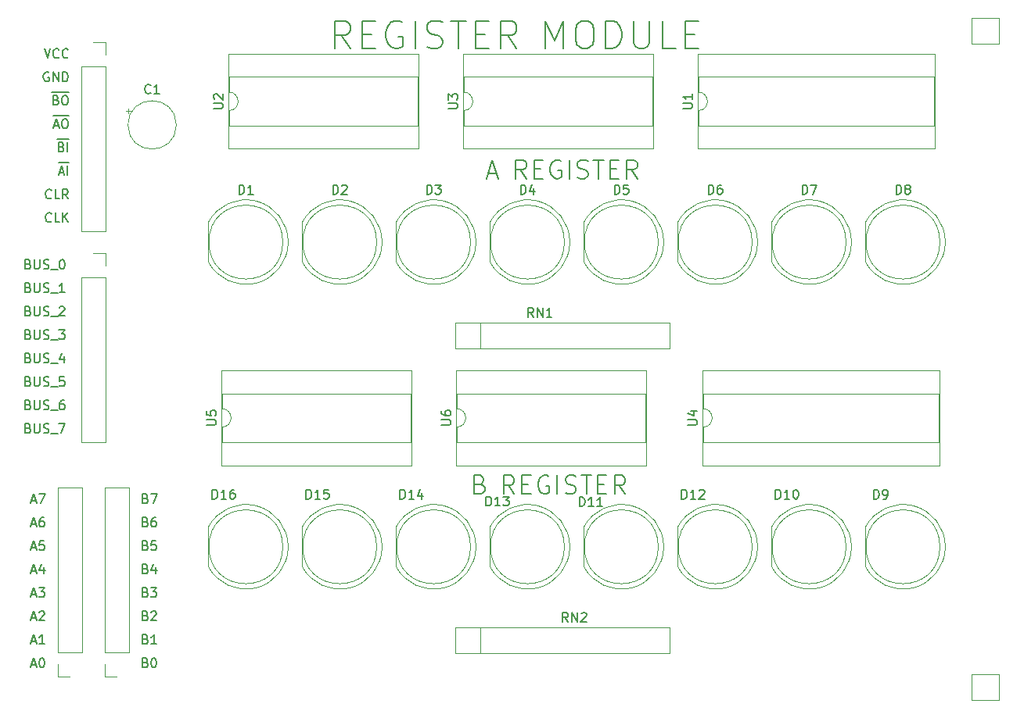
<source format=gbr>
%TF.GenerationSoftware,KiCad,Pcbnew,(7.0.0)*%
%TF.CreationDate,2023-02-28T23:31:08-05:00*%
%TF.ProjectId,8bc_registers,3862635f-7265-4676-9973-746572732e6b,1.0*%
%TF.SameCoordinates,Original*%
%TF.FileFunction,Legend,Top*%
%TF.FilePolarity,Positive*%
%FSLAX46Y46*%
G04 Gerber Fmt 4.6, Leading zero omitted, Abs format (unit mm)*
G04 Created by KiCad (PCBNEW (7.0.0)) date 2023-02-28 23:31:08*
%MOMM*%
%LPD*%
G01*
G04 APERTURE LIST*
%ADD10C,0.150000*%
%ADD11C,0.120000*%
G04 APERTURE END LIST*
D10*
X94900952Y-94061666D02*
X95377142Y-94061666D01*
X94805714Y-94347380D02*
X95139047Y-93347380D01*
X95139047Y-93347380D02*
X95472380Y-94347380D01*
X96281904Y-93347380D02*
X95805714Y-93347380D01*
X95805714Y-93347380D02*
X95758095Y-93823571D01*
X95758095Y-93823571D02*
X95805714Y-93775952D01*
X95805714Y-93775952D02*
X95900952Y-93728333D01*
X95900952Y-93728333D02*
X96139047Y-93728333D01*
X96139047Y-93728333D02*
X96234285Y-93775952D01*
X96234285Y-93775952D02*
X96281904Y-93823571D01*
X96281904Y-93823571D02*
X96329523Y-93918809D01*
X96329523Y-93918809D02*
X96329523Y-94156904D01*
X96329523Y-94156904D02*
X96281904Y-94252142D01*
X96281904Y-94252142D02*
X96234285Y-94299761D01*
X96234285Y-94299761D02*
X96139047Y-94347380D01*
X96139047Y-94347380D02*
X95900952Y-94347380D01*
X95900952Y-94347380D02*
X95805714Y-94299761D01*
X95805714Y-94299761D02*
X95758095Y-94252142D01*
X107251428Y-91283571D02*
X107394285Y-91331190D01*
X107394285Y-91331190D02*
X107441904Y-91378809D01*
X107441904Y-91378809D02*
X107489523Y-91474047D01*
X107489523Y-91474047D02*
X107489523Y-91616904D01*
X107489523Y-91616904D02*
X107441904Y-91712142D01*
X107441904Y-91712142D02*
X107394285Y-91759761D01*
X107394285Y-91759761D02*
X107299047Y-91807380D01*
X107299047Y-91807380D02*
X106918095Y-91807380D01*
X106918095Y-91807380D02*
X106918095Y-90807380D01*
X106918095Y-90807380D02*
X107251428Y-90807380D01*
X107251428Y-90807380D02*
X107346666Y-90855000D01*
X107346666Y-90855000D02*
X107394285Y-90902619D01*
X107394285Y-90902619D02*
X107441904Y-90997857D01*
X107441904Y-90997857D02*
X107441904Y-91093095D01*
X107441904Y-91093095D02*
X107394285Y-91188333D01*
X107394285Y-91188333D02*
X107346666Y-91235952D01*
X107346666Y-91235952D02*
X107251428Y-91283571D01*
X107251428Y-91283571D02*
X106918095Y-91283571D01*
X108346666Y-90807380D02*
X108156190Y-90807380D01*
X108156190Y-90807380D02*
X108060952Y-90855000D01*
X108060952Y-90855000D02*
X108013333Y-90902619D01*
X108013333Y-90902619D02*
X107918095Y-91045476D01*
X107918095Y-91045476D02*
X107870476Y-91235952D01*
X107870476Y-91235952D02*
X107870476Y-91616904D01*
X107870476Y-91616904D02*
X107918095Y-91712142D01*
X107918095Y-91712142D02*
X107965714Y-91759761D01*
X107965714Y-91759761D02*
X108060952Y-91807380D01*
X108060952Y-91807380D02*
X108251428Y-91807380D01*
X108251428Y-91807380D02*
X108346666Y-91759761D01*
X108346666Y-91759761D02*
X108394285Y-91712142D01*
X108394285Y-91712142D02*
X108441904Y-91616904D01*
X108441904Y-91616904D02*
X108441904Y-91378809D01*
X108441904Y-91378809D02*
X108394285Y-91283571D01*
X108394285Y-91283571D02*
X108346666Y-91235952D01*
X108346666Y-91235952D02*
X108251428Y-91188333D01*
X108251428Y-91188333D02*
X108060952Y-91188333D01*
X108060952Y-91188333D02*
X107965714Y-91235952D01*
X107965714Y-91235952D02*
X107918095Y-91283571D01*
X107918095Y-91283571D02*
X107870476Y-91378809D01*
X94900952Y-99141666D02*
X95377142Y-99141666D01*
X94805714Y-99427380D02*
X95139047Y-98427380D01*
X95139047Y-98427380D02*
X95472380Y-99427380D01*
X95710476Y-98427380D02*
X96329523Y-98427380D01*
X96329523Y-98427380D02*
X95996190Y-98808333D01*
X95996190Y-98808333D02*
X96139047Y-98808333D01*
X96139047Y-98808333D02*
X96234285Y-98855952D01*
X96234285Y-98855952D02*
X96281904Y-98903571D01*
X96281904Y-98903571D02*
X96329523Y-98998809D01*
X96329523Y-98998809D02*
X96329523Y-99236904D01*
X96329523Y-99236904D02*
X96281904Y-99332142D01*
X96281904Y-99332142D02*
X96234285Y-99379761D01*
X96234285Y-99379761D02*
X96139047Y-99427380D01*
X96139047Y-99427380D02*
X95853333Y-99427380D01*
X95853333Y-99427380D02*
X95758095Y-99379761D01*
X95758095Y-99379761D02*
X95710476Y-99332142D01*
X97059999Y-56152142D02*
X97012380Y-56199761D01*
X97012380Y-56199761D02*
X96869523Y-56247380D01*
X96869523Y-56247380D02*
X96774285Y-56247380D01*
X96774285Y-56247380D02*
X96631428Y-56199761D01*
X96631428Y-56199761D02*
X96536190Y-56104523D01*
X96536190Y-56104523D02*
X96488571Y-56009285D01*
X96488571Y-56009285D02*
X96440952Y-55818809D01*
X96440952Y-55818809D02*
X96440952Y-55675952D01*
X96440952Y-55675952D02*
X96488571Y-55485476D01*
X96488571Y-55485476D02*
X96536190Y-55390238D01*
X96536190Y-55390238D02*
X96631428Y-55295000D01*
X96631428Y-55295000D02*
X96774285Y-55247380D01*
X96774285Y-55247380D02*
X96869523Y-55247380D01*
X96869523Y-55247380D02*
X97012380Y-55295000D01*
X97012380Y-55295000D02*
X97059999Y-55342619D01*
X97964761Y-56247380D02*
X97488571Y-56247380D01*
X97488571Y-56247380D02*
X97488571Y-55247380D01*
X98869523Y-56247380D02*
X98536190Y-55771190D01*
X98298095Y-56247380D02*
X98298095Y-55247380D01*
X98298095Y-55247380D02*
X98679047Y-55247380D01*
X98679047Y-55247380D02*
X98774285Y-55295000D01*
X98774285Y-55295000D02*
X98821904Y-55342619D01*
X98821904Y-55342619D02*
X98869523Y-55437857D01*
X98869523Y-55437857D02*
X98869523Y-55580714D01*
X98869523Y-55580714D02*
X98821904Y-55675952D01*
X98821904Y-55675952D02*
X98774285Y-55723571D01*
X98774285Y-55723571D02*
X98679047Y-55771190D01*
X98679047Y-55771190D02*
X98298095Y-55771190D01*
X94551428Y-73503571D02*
X94694285Y-73551190D01*
X94694285Y-73551190D02*
X94741904Y-73598809D01*
X94741904Y-73598809D02*
X94789523Y-73694047D01*
X94789523Y-73694047D02*
X94789523Y-73836904D01*
X94789523Y-73836904D02*
X94741904Y-73932142D01*
X94741904Y-73932142D02*
X94694285Y-73979761D01*
X94694285Y-73979761D02*
X94599047Y-74027380D01*
X94599047Y-74027380D02*
X94218095Y-74027380D01*
X94218095Y-74027380D02*
X94218095Y-73027380D01*
X94218095Y-73027380D02*
X94551428Y-73027380D01*
X94551428Y-73027380D02*
X94646666Y-73075000D01*
X94646666Y-73075000D02*
X94694285Y-73122619D01*
X94694285Y-73122619D02*
X94741904Y-73217857D01*
X94741904Y-73217857D02*
X94741904Y-73313095D01*
X94741904Y-73313095D02*
X94694285Y-73408333D01*
X94694285Y-73408333D02*
X94646666Y-73455952D01*
X94646666Y-73455952D02*
X94551428Y-73503571D01*
X94551428Y-73503571D02*
X94218095Y-73503571D01*
X95218095Y-73027380D02*
X95218095Y-73836904D01*
X95218095Y-73836904D02*
X95265714Y-73932142D01*
X95265714Y-73932142D02*
X95313333Y-73979761D01*
X95313333Y-73979761D02*
X95408571Y-74027380D01*
X95408571Y-74027380D02*
X95599047Y-74027380D01*
X95599047Y-74027380D02*
X95694285Y-73979761D01*
X95694285Y-73979761D02*
X95741904Y-73932142D01*
X95741904Y-73932142D02*
X95789523Y-73836904D01*
X95789523Y-73836904D02*
X95789523Y-73027380D01*
X96218095Y-73979761D02*
X96360952Y-74027380D01*
X96360952Y-74027380D02*
X96599047Y-74027380D01*
X96599047Y-74027380D02*
X96694285Y-73979761D01*
X96694285Y-73979761D02*
X96741904Y-73932142D01*
X96741904Y-73932142D02*
X96789523Y-73836904D01*
X96789523Y-73836904D02*
X96789523Y-73741666D01*
X96789523Y-73741666D02*
X96741904Y-73646428D01*
X96741904Y-73646428D02*
X96694285Y-73598809D01*
X96694285Y-73598809D02*
X96599047Y-73551190D01*
X96599047Y-73551190D02*
X96408571Y-73503571D01*
X96408571Y-73503571D02*
X96313333Y-73455952D01*
X96313333Y-73455952D02*
X96265714Y-73408333D01*
X96265714Y-73408333D02*
X96218095Y-73313095D01*
X96218095Y-73313095D02*
X96218095Y-73217857D01*
X96218095Y-73217857D02*
X96265714Y-73122619D01*
X96265714Y-73122619D02*
X96313333Y-73075000D01*
X96313333Y-73075000D02*
X96408571Y-73027380D01*
X96408571Y-73027380D02*
X96646666Y-73027380D01*
X96646666Y-73027380D02*
X96789523Y-73075000D01*
X96980000Y-74122619D02*
X97741904Y-74122619D01*
X98408571Y-73360714D02*
X98408571Y-74027380D01*
X98170476Y-72979761D02*
X97932381Y-73694047D01*
X97932381Y-73694047D02*
X98551428Y-73694047D01*
X94551428Y-78583571D02*
X94694285Y-78631190D01*
X94694285Y-78631190D02*
X94741904Y-78678809D01*
X94741904Y-78678809D02*
X94789523Y-78774047D01*
X94789523Y-78774047D02*
X94789523Y-78916904D01*
X94789523Y-78916904D02*
X94741904Y-79012142D01*
X94741904Y-79012142D02*
X94694285Y-79059761D01*
X94694285Y-79059761D02*
X94599047Y-79107380D01*
X94599047Y-79107380D02*
X94218095Y-79107380D01*
X94218095Y-79107380D02*
X94218095Y-78107380D01*
X94218095Y-78107380D02*
X94551428Y-78107380D01*
X94551428Y-78107380D02*
X94646666Y-78155000D01*
X94646666Y-78155000D02*
X94694285Y-78202619D01*
X94694285Y-78202619D02*
X94741904Y-78297857D01*
X94741904Y-78297857D02*
X94741904Y-78393095D01*
X94741904Y-78393095D02*
X94694285Y-78488333D01*
X94694285Y-78488333D02*
X94646666Y-78535952D01*
X94646666Y-78535952D02*
X94551428Y-78583571D01*
X94551428Y-78583571D02*
X94218095Y-78583571D01*
X95218095Y-78107380D02*
X95218095Y-78916904D01*
X95218095Y-78916904D02*
X95265714Y-79012142D01*
X95265714Y-79012142D02*
X95313333Y-79059761D01*
X95313333Y-79059761D02*
X95408571Y-79107380D01*
X95408571Y-79107380D02*
X95599047Y-79107380D01*
X95599047Y-79107380D02*
X95694285Y-79059761D01*
X95694285Y-79059761D02*
X95741904Y-79012142D01*
X95741904Y-79012142D02*
X95789523Y-78916904D01*
X95789523Y-78916904D02*
X95789523Y-78107380D01*
X96218095Y-79059761D02*
X96360952Y-79107380D01*
X96360952Y-79107380D02*
X96599047Y-79107380D01*
X96599047Y-79107380D02*
X96694285Y-79059761D01*
X96694285Y-79059761D02*
X96741904Y-79012142D01*
X96741904Y-79012142D02*
X96789523Y-78916904D01*
X96789523Y-78916904D02*
X96789523Y-78821666D01*
X96789523Y-78821666D02*
X96741904Y-78726428D01*
X96741904Y-78726428D02*
X96694285Y-78678809D01*
X96694285Y-78678809D02*
X96599047Y-78631190D01*
X96599047Y-78631190D02*
X96408571Y-78583571D01*
X96408571Y-78583571D02*
X96313333Y-78535952D01*
X96313333Y-78535952D02*
X96265714Y-78488333D01*
X96265714Y-78488333D02*
X96218095Y-78393095D01*
X96218095Y-78393095D02*
X96218095Y-78297857D01*
X96218095Y-78297857D02*
X96265714Y-78202619D01*
X96265714Y-78202619D02*
X96313333Y-78155000D01*
X96313333Y-78155000D02*
X96408571Y-78107380D01*
X96408571Y-78107380D02*
X96646666Y-78107380D01*
X96646666Y-78107380D02*
X96789523Y-78155000D01*
X96980000Y-79202619D02*
X97741904Y-79202619D01*
X98408571Y-78107380D02*
X98218095Y-78107380D01*
X98218095Y-78107380D02*
X98122857Y-78155000D01*
X98122857Y-78155000D02*
X98075238Y-78202619D01*
X98075238Y-78202619D02*
X97980000Y-78345476D01*
X97980000Y-78345476D02*
X97932381Y-78535952D01*
X97932381Y-78535952D02*
X97932381Y-78916904D01*
X97932381Y-78916904D02*
X97980000Y-79012142D01*
X97980000Y-79012142D02*
X98027619Y-79059761D01*
X98027619Y-79059761D02*
X98122857Y-79107380D01*
X98122857Y-79107380D02*
X98313333Y-79107380D01*
X98313333Y-79107380D02*
X98408571Y-79059761D01*
X98408571Y-79059761D02*
X98456190Y-79012142D01*
X98456190Y-79012142D02*
X98503809Y-78916904D01*
X98503809Y-78916904D02*
X98503809Y-78678809D01*
X98503809Y-78678809D02*
X98456190Y-78583571D01*
X98456190Y-78583571D02*
X98408571Y-78535952D01*
X98408571Y-78535952D02*
X98313333Y-78488333D01*
X98313333Y-78488333D02*
X98122857Y-78488333D01*
X98122857Y-78488333D02*
X98027619Y-78535952D01*
X98027619Y-78535952D02*
X97980000Y-78583571D01*
X97980000Y-78583571D02*
X97932381Y-78678809D01*
X107251428Y-106523571D02*
X107394285Y-106571190D01*
X107394285Y-106571190D02*
X107441904Y-106618809D01*
X107441904Y-106618809D02*
X107489523Y-106714047D01*
X107489523Y-106714047D02*
X107489523Y-106856904D01*
X107489523Y-106856904D02*
X107441904Y-106952142D01*
X107441904Y-106952142D02*
X107394285Y-106999761D01*
X107394285Y-106999761D02*
X107299047Y-107047380D01*
X107299047Y-107047380D02*
X106918095Y-107047380D01*
X106918095Y-107047380D02*
X106918095Y-106047380D01*
X106918095Y-106047380D02*
X107251428Y-106047380D01*
X107251428Y-106047380D02*
X107346666Y-106095000D01*
X107346666Y-106095000D02*
X107394285Y-106142619D01*
X107394285Y-106142619D02*
X107441904Y-106237857D01*
X107441904Y-106237857D02*
X107441904Y-106333095D01*
X107441904Y-106333095D02*
X107394285Y-106428333D01*
X107394285Y-106428333D02*
X107346666Y-106475952D01*
X107346666Y-106475952D02*
X107251428Y-106523571D01*
X107251428Y-106523571D02*
X106918095Y-106523571D01*
X108108571Y-106047380D02*
X108203809Y-106047380D01*
X108203809Y-106047380D02*
X108299047Y-106095000D01*
X108299047Y-106095000D02*
X108346666Y-106142619D01*
X108346666Y-106142619D02*
X108394285Y-106237857D01*
X108394285Y-106237857D02*
X108441904Y-106428333D01*
X108441904Y-106428333D02*
X108441904Y-106666428D01*
X108441904Y-106666428D02*
X108394285Y-106856904D01*
X108394285Y-106856904D02*
X108346666Y-106952142D01*
X108346666Y-106952142D02*
X108299047Y-106999761D01*
X108299047Y-106999761D02*
X108203809Y-107047380D01*
X108203809Y-107047380D02*
X108108571Y-107047380D01*
X108108571Y-107047380D02*
X108013333Y-106999761D01*
X108013333Y-106999761D02*
X107965714Y-106952142D01*
X107965714Y-106952142D02*
X107918095Y-106856904D01*
X107918095Y-106856904D02*
X107870476Y-106666428D01*
X107870476Y-106666428D02*
X107870476Y-106428333D01*
X107870476Y-106428333D02*
X107918095Y-106237857D01*
X107918095Y-106237857D02*
X107965714Y-106142619D01*
X107965714Y-106142619D02*
X108013333Y-106095000D01*
X108013333Y-106095000D02*
X108108571Y-106047380D01*
X94551428Y-65883571D02*
X94694285Y-65931190D01*
X94694285Y-65931190D02*
X94741904Y-65978809D01*
X94741904Y-65978809D02*
X94789523Y-66074047D01*
X94789523Y-66074047D02*
X94789523Y-66216904D01*
X94789523Y-66216904D02*
X94741904Y-66312142D01*
X94741904Y-66312142D02*
X94694285Y-66359761D01*
X94694285Y-66359761D02*
X94599047Y-66407380D01*
X94599047Y-66407380D02*
X94218095Y-66407380D01*
X94218095Y-66407380D02*
X94218095Y-65407380D01*
X94218095Y-65407380D02*
X94551428Y-65407380D01*
X94551428Y-65407380D02*
X94646666Y-65455000D01*
X94646666Y-65455000D02*
X94694285Y-65502619D01*
X94694285Y-65502619D02*
X94741904Y-65597857D01*
X94741904Y-65597857D02*
X94741904Y-65693095D01*
X94741904Y-65693095D02*
X94694285Y-65788333D01*
X94694285Y-65788333D02*
X94646666Y-65835952D01*
X94646666Y-65835952D02*
X94551428Y-65883571D01*
X94551428Y-65883571D02*
X94218095Y-65883571D01*
X95218095Y-65407380D02*
X95218095Y-66216904D01*
X95218095Y-66216904D02*
X95265714Y-66312142D01*
X95265714Y-66312142D02*
X95313333Y-66359761D01*
X95313333Y-66359761D02*
X95408571Y-66407380D01*
X95408571Y-66407380D02*
X95599047Y-66407380D01*
X95599047Y-66407380D02*
X95694285Y-66359761D01*
X95694285Y-66359761D02*
X95741904Y-66312142D01*
X95741904Y-66312142D02*
X95789523Y-66216904D01*
X95789523Y-66216904D02*
X95789523Y-65407380D01*
X96218095Y-66359761D02*
X96360952Y-66407380D01*
X96360952Y-66407380D02*
X96599047Y-66407380D01*
X96599047Y-66407380D02*
X96694285Y-66359761D01*
X96694285Y-66359761D02*
X96741904Y-66312142D01*
X96741904Y-66312142D02*
X96789523Y-66216904D01*
X96789523Y-66216904D02*
X96789523Y-66121666D01*
X96789523Y-66121666D02*
X96741904Y-66026428D01*
X96741904Y-66026428D02*
X96694285Y-65978809D01*
X96694285Y-65978809D02*
X96599047Y-65931190D01*
X96599047Y-65931190D02*
X96408571Y-65883571D01*
X96408571Y-65883571D02*
X96313333Y-65835952D01*
X96313333Y-65835952D02*
X96265714Y-65788333D01*
X96265714Y-65788333D02*
X96218095Y-65693095D01*
X96218095Y-65693095D02*
X96218095Y-65597857D01*
X96218095Y-65597857D02*
X96265714Y-65502619D01*
X96265714Y-65502619D02*
X96313333Y-65455000D01*
X96313333Y-65455000D02*
X96408571Y-65407380D01*
X96408571Y-65407380D02*
X96646666Y-65407380D01*
X96646666Y-65407380D02*
X96789523Y-65455000D01*
X96980000Y-66502619D02*
X97741904Y-66502619D01*
X98503809Y-66407380D02*
X97932381Y-66407380D01*
X98218095Y-66407380D02*
X98218095Y-65407380D01*
X98218095Y-65407380D02*
X98122857Y-65550238D01*
X98122857Y-65550238D02*
X98027619Y-65645476D01*
X98027619Y-65645476D02*
X97932381Y-65693095D01*
X94900952Y-88981666D02*
X95377142Y-88981666D01*
X94805714Y-89267380D02*
X95139047Y-88267380D01*
X95139047Y-88267380D02*
X95472380Y-89267380D01*
X95710476Y-88267380D02*
X96377142Y-88267380D01*
X96377142Y-88267380D02*
X95948571Y-89267380D01*
X143485562Y-87194408D02*
X143771276Y-87289646D01*
X143771276Y-87289646D02*
X143866514Y-87384885D01*
X143866514Y-87384885D02*
X143961752Y-87575361D01*
X143961752Y-87575361D02*
X143961752Y-87861075D01*
X143961752Y-87861075D02*
X143866514Y-88051551D01*
X143866514Y-88051551D02*
X143771276Y-88146789D01*
X143771276Y-88146789D02*
X143580800Y-88242027D01*
X143580800Y-88242027D02*
X142818895Y-88242027D01*
X142818895Y-88242027D02*
X142818895Y-86242027D01*
X142818895Y-86242027D02*
X143485562Y-86242027D01*
X143485562Y-86242027D02*
X143676038Y-86337266D01*
X143676038Y-86337266D02*
X143771276Y-86432504D01*
X143771276Y-86432504D02*
X143866514Y-86622980D01*
X143866514Y-86622980D02*
X143866514Y-86813456D01*
X143866514Y-86813456D02*
X143771276Y-87003932D01*
X143771276Y-87003932D02*
X143676038Y-87099170D01*
X143676038Y-87099170D02*
X143485562Y-87194408D01*
X143485562Y-87194408D02*
X142818895Y-87194408D01*
X147161752Y-88242027D02*
X146495085Y-87289646D01*
X146018895Y-88242027D02*
X146018895Y-86242027D01*
X146018895Y-86242027D02*
X146780800Y-86242027D01*
X146780800Y-86242027D02*
X146971276Y-86337266D01*
X146971276Y-86337266D02*
X147066514Y-86432504D01*
X147066514Y-86432504D02*
X147161752Y-86622980D01*
X147161752Y-86622980D02*
X147161752Y-86908694D01*
X147161752Y-86908694D02*
X147066514Y-87099170D01*
X147066514Y-87099170D02*
X146971276Y-87194408D01*
X146971276Y-87194408D02*
X146780800Y-87289646D01*
X146780800Y-87289646D02*
X146018895Y-87289646D01*
X148018895Y-87194408D02*
X148685562Y-87194408D01*
X148971276Y-88242027D02*
X148018895Y-88242027D01*
X148018895Y-88242027D02*
X148018895Y-86242027D01*
X148018895Y-86242027D02*
X148971276Y-86242027D01*
X150876038Y-86337266D02*
X150685562Y-86242027D01*
X150685562Y-86242027D02*
X150399848Y-86242027D01*
X150399848Y-86242027D02*
X150114133Y-86337266D01*
X150114133Y-86337266D02*
X149923657Y-86527742D01*
X149923657Y-86527742D02*
X149828419Y-86718218D01*
X149828419Y-86718218D02*
X149733181Y-87099170D01*
X149733181Y-87099170D02*
X149733181Y-87384885D01*
X149733181Y-87384885D02*
X149828419Y-87765837D01*
X149828419Y-87765837D02*
X149923657Y-87956313D01*
X149923657Y-87956313D02*
X150114133Y-88146789D01*
X150114133Y-88146789D02*
X150399848Y-88242027D01*
X150399848Y-88242027D02*
X150590324Y-88242027D01*
X150590324Y-88242027D02*
X150876038Y-88146789D01*
X150876038Y-88146789D02*
X150971276Y-88051551D01*
X150971276Y-88051551D02*
X150971276Y-87384885D01*
X150971276Y-87384885D02*
X150590324Y-87384885D01*
X151828419Y-88242027D02*
X151828419Y-86242027D01*
X152685562Y-88146789D02*
X152971276Y-88242027D01*
X152971276Y-88242027D02*
X153447467Y-88242027D01*
X153447467Y-88242027D02*
X153637943Y-88146789D01*
X153637943Y-88146789D02*
X153733181Y-88051551D01*
X153733181Y-88051551D02*
X153828419Y-87861075D01*
X153828419Y-87861075D02*
X153828419Y-87670599D01*
X153828419Y-87670599D02*
X153733181Y-87480123D01*
X153733181Y-87480123D02*
X153637943Y-87384885D01*
X153637943Y-87384885D02*
X153447467Y-87289646D01*
X153447467Y-87289646D02*
X153066514Y-87194408D01*
X153066514Y-87194408D02*
X152876038Y-87099170D01*
X152876038Y-87099170D02*
X152780800Y-87003932D01*
X152780800Y-87003932D02*
X152685562Y-86813456D01*
X152685562Y-86813456D02*
X152685562Y-86622980D01*
X152685562Y-86622980D02*
X152780800Y-86432504D01*
X152780800Y-86432504D02*
X152876038Y-86337266D01*
X152876038Y-86337266D02*
X153066514Y-86242027D01*
X153066514Y-86242027D02*
X153542705Y-86242027D01*
X153542705Y-86242027D02*
X153828419Y-86337266D01*
X154399848Y-86242027D02*
X155542705Y-86242027D01*
X154971276Y-88242027D02*
X154971276Y-86242027D01*
X156209372Y-87194408D02*
X156876039Y-87194408D01*
X157161753Y-88242027D02*
X156209372Y-88242027D01*
X156209372Y-88242027D02*
X156209372Y-86242027D01*
X156209372Y-86242027D02*
X157161753Y-86242027D01*
X159161753Y-88242027D02*
X158495086Y-87289646D01*
X158018896Y-88242027D02*
X158018896Y-86242027D01*
X158018896Y-86242027D02*
X158780801Y-86242027D01*
X158780801Y-86242027D02*
X158971277Y-86337266D01*
X158971277Y-86337266D02*
X159066515Y-86432504D01*
X159066515Y-86432504D02*
X159161753Y-86622980D01*
X159161753Y-86622980D02*
X159161753Y-86908694D01*
X159161753Y-86908694D02*
X159066515Y-87099170D01*
X159066515Y-87099170D02*
X158971277Y-87194408D01*
X158971277Y-87194408D02*
X158780801Y-87289646D01*
X158780801Y-87289646D02*
X158018896Y-87289646D01*
X94551428Y-70963571D02*
X94694285Y-71011190D01*
X94694285Y-71011190D02*
X94741904Y-71058809D01*
X94741904Y-71058809D02*
X94789523Y-71154047D01*
X94789523Y-71154047D02*
X94789523Y-71296904D01*
X94789523Y-71296904D02*
X94741904Y-71392142D01*
X94741904Y-71392142D02*
X94694285Y-71439761D01*
X94694285Y-71439761D02*
X94599047Y-71487380D01*
X94599047Y-71487380D02*
X94218095Y-71487380D01*
X94218095Y-71487380D02*
X94218095Y-70487380D01*
X94218095Y-70487380D02*
X94551428Y-70487380D01*
X94551428Y-70487380D02*
X94646666Y-70535000D01*
X94646666Y-70535000D02*
X94694285Y-70582619D01*
X94694285Y-70582619D02*
X94741904Y-70677857D01*
X94741904Y-70677857D02*
X94741904Y-70773095D01*
X94741904Y-70773095D02*
X94694285Y-70868333D01*
X94694285Y-70868333D02*
X94646666Y-70915952D01*
X94646666Y-70915952D02*
X94551428Y-70963571D01*
X94551428Y-70963571D02*
X94218095Y-70963571D01*
X95218095Y-70487380D02*
X95218095Y-71296904D01*
X95218095Y-71296904D02*
X95265714Y-71392142D01*
X95265714Y-71392142D02*
X95313333Y-71439761D01*
X95313333Y-71439761D02*
X95408571Y-71487380D01*
X95408571Y-71487380D02*
X95599047Y-71487380D01*
X95599047Y-71487380D02*
X95694285Y-71439761D01*
X95694285Y-71439761D02*
X95741904Y-71392142D01*
X95741904Y-71392142D02*
X95789523Y-71296904D01*
X95789523Y-71296904D02*
X95789523Y-70487380D01*
X96218095Y-71439761D02*
X96360952Y-71487380D01*
X96360952Y-71487380D02*
X96599047Y-71487380D01*
X96599047Y-71487380D02*
X96694285Y-71439761D01*
X96694285Y-71439761D02*
X96741904Y-71392142D01*
X96741904Y-71392142D02*
X96789523Y-71296904D01*
X96789523Y-71296904D02*
X96789523Y-71201666D01*
X96789523Y-71201666D02*
X96741904Y-71106428D01*
X96741904Y-71106428D02*
X96694285Y-71058809D01*
X96694285Y-71058809D02*
X96599047Y-71011190D01*
X96599047Y-71011190D02*
X96408571Y-70963571D01*
X96408571Y-70963571D02*
X96313333Y-70915952D01*
X96313333Y-70915952D02*
X96265714Y-70868333D01*
X96265714Y-70868333D02*
X96218095Y-70773095D01*
X96218095Y-70773095D02*
X96218095Y-70677857D01*
X96218095Y-70677857D02*
X96265714Y-70582619D01*
X96265714Y-70582619D02*
X96313333Y-70535000D01*
X96313333Y-70535000D02*
X96408571Y-70487380D01*
X96408571Y-70487380D02*
X96646666Y-70487380D01*
X96646666Y-70487380D02*
X96789523Y-70535000D01*
X96980000Y-71582619D02*
X97741904Y-71582619D01*
X97884762Y-70487380D02*
X98503809Y-70487380D01*
X98503809Y-70487380D02*
X98170476Y-70868333D01*
X98170476Y-70868333D02*
X98313333Y-70868333D01*
X98313333Y-70868333D02*
X98408571Y-70915952D01*
X98408571Y-70915952D02*
X98456190Y-70963571D01*
X98456190Y-70963571D02*
X98503809Y-71058809D01*
X98503809Y-71058809D02*
X98503809Y-71296904D01*
X98503809Y-71296904D02*
X98456190Y-71392142D01*
X98456190Y-71392142D02*
X98408571Y-71439761D01*
X98408571Y-71439761D02*
X98313333Y-71487380D01*
X98313333Y-71487380D02*
X98027619Y-71487380D01*
X98027619Y-71487380D02*
X97932381Y-71439761D01*
X97932381Y-71439761D02*
X97884762Y-71392142D01*
X107251428Y-93823571D02*
X107394285Y-93871190D01*
X107394285Y-93871190D02*
X107441904Y-93918809D01*
X107441904Y-93918809D02*
X107489523Y-94014047D01*
X107489523Y-94014047D02*
X107489523Y-94156904D01*
X107489523Y-94156904D02*
X107441904Y-94252142D01*
X107441904Y-94252142D02*
X107394285Y-94299761D01*
X107394285Y-94299761D02*
X107299047Y-94347380D01*
X107299047Y-94347380D02*
X106918095Y-94347380D01*
X106918095Y-94347380D02*
X106918095Y-93347380D01*
X106918095Y-93347380D02*
X107251428Y-93347380D01*
X107251428Y-93347380D02*
X107346666Y-93395000D01*
X107346666Y-93395000D02*
X107394285Y-93442619D01*
X107394285Y-93442619D02*
X107441904Y-93537857D01*
X107441904Y-93537857D02*
X107441904Y-93633095D01*
X107441904Y-93633095D02*
X107394285Y-93728333D01*
X107394285Y-93728333D02*
X107346666Y-93775952D01*
X107346666Y-93775952D02*
X107251428Y-93823571D01*
X107251428Y-93823571D02*
X106918095Y-93823571D01*
X108394285Y-93347380D02*
X107918095Y-93347380D01*
X107918095Y-93347380D02*
X107870476Y-93823571D01*
X107870476Y-93823571D02*
X107918095Y-93775952D01*
X107918095Y-93775952D02*
X108013333Y-93728333D01*
X108013333Y-93728333D02*
X108251428Y-93728333D01*
X108251428Y-93728333D02*
X108346666Y-93775952D01*
X108346666Y-93775952D02*
X108394285Y-93823571D01*
X108394285Y-93823571D02*
X108441904Y-93918809D01*
X108441904Y-93918809D02*
X108441904Y-94156904D01*
X108441904Y-94156904D02*
X108394285Y-94252142D01*
X108394285Y-94252142D02*
X108346666Y-94299761D01*
X108346666Y-94299761D02*
X108251428Y-94347380D01*
X108251428Y-94347380D02*
X108013333Y-94347380D01*
X108013333Y-94347380D02*
X107918095Y-94299761D01*
X107918095Y-94299761D02*
X107870476Y-94252142D01*
X97059999Y-58692142D02*
X97012380Y-58739761D01*
X97012380Y-58739761D02*
X96869523Y-58787380D01*
X96869523Y-58787380D02*
X96774285Y-58787380D01*
X96774285Y-58787380D02*
X96631428Y-58739761D01*
X96631428Y-58739761D02*
X96536190Y-58644523D01*
X96536190Y-58644523D02*
X96488571Y-58549285D01*
X96488571Y-58549285D02*
X96440952Y-58358809D01*
X96440952Y-58358809D02*
X96440952Y-58215952D01*
X96440952Y-58215952D02*
X96488571Y-58025476D01*
X96488571Y-58025476D02*
X96536190Y-57930238D01*
X96536190Y-57930238D02*
X96631428Y-57835000D01*
X96631428Y-57835000D02*
X96774285Y-57787380D01*
X96774285Y-57787380D02*
X96869523Y-57787380D01*
X96869523Y-57787380D02*
X97012380Y-57835000D01*
X97012380Y-57835000D02*
X97059999Y-57882619D01*
X97964761Y-58787380D02*
X97488571Y-58787380D01*
X97488571Y-58787380D02*
X97488571Y-57787380D01*
X98298095Y-58787380D02*
X98298095Y-57787380D01*
X98869523Y-58787380D02*
X98440952Y-58215952D01*
X98869523Y-57787380D02*
X98298095Y-58358809D01*
X107251428Y-88743571D02*
X107394285Y-88791190D01*
X107394285Y-88791190D02*
X107441904Y-88838809D01*
X107441904Y-88838809D02*
X107489523Y-88934047D01*
X107489523Y-88934047D02*
X107489523Y-89076904D01*
X107489523Y-89076904D02*
X107441904Y-89172142D01*
X107441904Y-89172142D02*
X107394285Y-89219761D01*
X107394285Y-89219761D02*
X107299047Y-89267380D01*
X107299047Y-89267380D02*
X106918095Y-89267380D01*
X106918095Y-89267380D02*
X106918095Y-88267380D01*
X106918095Y-88267380D02*
X107251428Y-88267380D01*
X107251428Y-88267380D02*
X107346666Y-88315000D01*
X107346666Y-88315000D02*
X107394285Y-88362619D01*
X107394285Y-88362619D02*
X107441904Y-88457857D01*
X107441904Y-88457857D02*
X107441904Y-88553095D01*
X107441904Y-88553095D02*
X107394285Y-88648333D01*
X107394285Y-88648333D02*
X107346666Y-88695952D01*
X107346666Y-88695952D02*
X107251428Y-88743571D01*
X107251428Y-88743571D02*
X106918095Y-88743571D01*
X107822857Y-88267380D02*
X108489523Y-88267380D01*
X108489523Y-88267380D02*
X108060952Y-89267380D01*
X97917143Y-53421666D02*
X98393333Y-53421666D01*
X97821905Y-53707380D02*
X98155238Y-52707380D01*
X98155238Y-52707380D02*
X98488571Y-53707380D01*
X98821905Y-53707380D02*
X98821905Y-52707380D01*
X97826667Y-52355000D02*
X98960000Y-52355000D01*
X94551428Y-68423571D02*
X94694285Y-68471190D01*
X94694285Y-68471190D02*
X94741904Y-68518809D01*
X94741904Y-68518809D02*
X94789523Y-68614047D01*
X94789523Y-68614047D02*
X94789523Y-68756904D01*
X94789523Y-68756904D02*
X94741904Y-68852142D01*
X94741904Y-68852142D02*
X94694285Y-68899761D01*
X94694285Y-68899761D02*
X94599047Y-68947380D01*
X94599047Y-68947380D02*
X94218095Y-68947380D01*
X94218095Y-68947380D02*
X94218095Y-67947380D01*
X94218095Y-67947380D02*
X94551428Y-67947380D01*
X94551428Y-67947380D02*
X94646666Y-67995000D01*
X94646666Y-67995000D02*
X94694285Y-68042619D01*
X94694285Y-68042619D02*
X94741904Y-68137857D01*
X94741904Y-68137857D02*
X94741904Y-68233095D01*
X94741904Y-68233095D02*
X94694285Y-68328333D01*
X94694285Y-68328333D02*
X94646666Y-68375952D01*
X94646666Y-68375952D02*
X94551428Y-68423571D01*
X94551428Y-68423571D02*
X94218095Y-68423571D01*
X95218095Y-67947380D02*
X95218095Y-68756904D01*
X95218095Y-68756904D02*
X95265714Y-68852142D01*
X95265714Y-68852142D02*
X95313333Y-68899761D01*
X95313333Y-68899761D02*
X95408571Y-68947380D01*
X95408571Y-68947380D02*
X95599047Y-68947380D01*
X95599047Y-68947380D02*
X95694285Y-68899761D01*
X95694285Y-68899761D02*
X95741904Y-68852142D01*
X95741904Y-68852142D02*
X95789523Y-68756904D01*
X95789523Y-68756904D02*
X95789523Y-67947380D01*
X96218095Y-68899761D02*
X96360952Y-68947380D01*
X96360952Y-68947380D02*
X96599047Y-68947380D01*
X96599047Y-68947380D02*
X96694285Y-68899761D01*
X96694285Y-68899761D02*
X96741904Y-68852142D01*
X96741904Y-68852142D02*
X96789523Y-68756904D01*
X96789523Y-68756904D02*
X96789523Y-68661666D01*
X96789523Y-68661666D02*
X96741904Y-68566428D01*
X96741904Y-68566428D02*
X96694285Y-68518809D01*
X96694285Y-68518809D02*
X96599047Y-68471190D01*
X96599047Y-68471190D02*
X96408571Y-68423571D01*
X96408571Y-68423571D02*
X96313333Y-68375952D01*
X96313333Y-68375952D02*
X96265714Y-68328333D01*
X96265714Y-68328333D02*
X96218095Y-68233095D01*
X96218095Y-68233095D02*
X96218095Y-68137857D01*
X96218095Y-68137857D02*
X96265714Y-68042619D01*
X96265714Y-68042619D02*
X96313333Y-67995000D01*
X96313333Y-67995000D02*
X96408571Y-67947380D01*
X96408571Y-67947380D02*
X96646666Y-67947380D01*
X96646666Y-67947380D02*
X96789523Y-67995000D01*
X96980000Y-69042619D02*
X97741904Y-69042619D01*
X97932381Y-68042619D02*
X97980000Y-67995000D01*
X97980000Y-67995000D02*
X98075238Y-67947380D01*
X98075238Y-67947380D02*
X98313333Y-67947380D01*
X98313333Y-67947380D02*
X98408571Y-67995000D01*
X98408571Y-67995000D02*
X98456190Y-68042619D01*
X98456190Y-68042619D02*
X98503809Y-68137857D01*
X98503809Y-68137857D02*
X98503809Y-68233095D01*
X98503809Y-68233095D02*
X98456190Y-68375952D01*
X98456190Y-68375952D02*
X97884762Y-68947380D01*
X97884762Y-68947380D02*
X98503809Y-68947380D01*
X94551428Y-76043571D02*
X94694285Y-76091190D01*
X94694285Y-76091190D02*
X94741904Y-76138809D01*
X94741904Y-76138809D02*
X94789523Y-76234047D01*
X94789523Y-76234047D02*
X94789523Y-76376904D01*
X94789523Y-76376904D02*
X94741904Y-76472142D01*
X94741904Y-76472142D02*
X94694285Y-76519761D01*
X94694285Y-76519761D02*
X94599047Y-76567380D01*
X94599047Y-76567380D02*
X94218095Y-76567380D01*
X94218095Y-76567380D02*
X94218095Y-75567380D01*
X94218095Y-75567380D02*
X94551428Y-75567380D01*
X94551428Y-75567380D02*
X94646666Y-75615000D01*
X94646666Y-75615000D02*
X94694285Y-75662619D01*
X94694285Y-75662619D02*
X94741904Y-75757857D01*
X94741904Y-75757857D02*
X94741904Y-75853095D01*
X94741904Y-75853095D02*
X94694285Y-75948333D01*
X94694285Y-75948333D02*
X94646666Y-75995952D01*
X94646666Y-75995952D02*
X94551428Y-76043571D01*
X94551428Y-76043571D02*
X94218095Y-76043571D01*
X95218095Y-75567380D02*
X95218095Y-76376904D01*
X95218095Y-76376904D02*
X95265714Y-76472142D01*
X95265714Y-76472142D02*
X95313333Y-76519761D01*
X95313333Y-76519761D02*
X95408571Y-76567380D01*
X95408571Y-76567380D02*
X95599047Y-76567380D01*
X95599047Y-76567380D02*
X95694285Y-76519761D01*
X95694285Y-76519761D02*
X95741904Y-76472142D01*
X95741904Y-76472142D02*
X95789523Y-76376904D01*
X95789523Y-76376904D02*
X95789523Y-75567380D01*
X96218095Y-76519761D02*
X96360952Y-76567380D01*
X96360952Y-76567380D02*
X96599047Y-76567380D01*
X96599047Y-76567380D02*
X96694285Y-76519761D01*
X96694285Y-76519761D02*
X96741904Y-76472142D01*
X96741904Y-76472142D02*
X96789523Y-76376904D01*
X96789523Y-76376904D02*
X96789523Y-76281666D01*
X96789523Y-76281666D02*
X96741904Y-76186428D01*
X96741904Y-76186428D02*
X96694285Y-76138809D01*
X96694285Y-76138809D02*
X96599047Y-76091190D01*
X96599047Y-76091190D02*
X96408571Y-76043571D01*
X96408571Y-76043571D02*
X96313333Y-75995952D01*
X96313333Y-75995952D02*
X96265714Y-75948333D01*
X96265714Y-75948333D02*
X96218095Y-75853095D01*
X96218095Y-75853095D02*
X96218095Y-75757857D01*
X96218095Y-75757857D02*
X96265714Y-75662619D01*
X96265714Y-75662619D02*
X96313333Y-75615000D01*
X96313333Y-75615000D02*
X96408571Y-75567380D01*
X96408571Y-75567380D02*
X96646666Y-75567380D01*
X96646666Y-75567380D02*
X96789523Y-75615000D01*
X96980000Y-76662619D02*
X97741904Y-76662619D01*
X98456190Y-75567380D02*
X97980000Y-75567380D01*
X97980000Y-75567380D02*
X97932381Y-76043571D01*
X97932381Y-76043571D02*
X97980000Y-75995952D01*
X97980000Y-75995952D02*
X98075238Y-75948333D01*
X98075238Y-75948333D02*
X98313333Y-75948333D01*
X98313333Y-75948333D02*
X98408571Y-75995952D01*
X98408571Y-75995952D02*
X98456190Y-76043571D01*
X98456190Y-76043571D02*
X98503809Y-76138809D01*
X98503809Y-76138809D02*
X98503809Y-76376904D01*
X98503809Y-76376904D02*
X98456190Y-76472142D01*
X98456190Y-76472142D02*
X98408571Y-76519761D01*
X98408571Y-76519761D02*
X98313333Y-76567380D01*
X98313333Y-76567380D02*
X98075238Y-76567380D01*
X98075238Y-76567380D02*
X97980000Y-76519761D01*
X97980000Y-76519761D02*
X97932381Y-76472142D01*
X107251428Y-101443571D02*
X107394285Y-101491190D01*
X107394285Y-101491190D02*
X107441904Y-101538809D01*
X107441904Y-101538809D02*
X107489523Y-101634047D01*
X107489523Y-101634047D02*
X107489523Y-101776904D01*
X107489523Y-101776904D02*
X107441904Y-101872142D01*
X107441904Y-101872142D02*
X107394285Y-101919761D01*
X107394285Y-101919761D02*
X107299047Y-101967380D01*
X107299047Y-101967380D02*
X106918095Y-101967380D01*
X106918095Y-101967380D02*
X106918095Y-100967380D01*
X106918095Y-100967380D02*
X107251428Y-100967380D01*
X107251428Y-100967380D02*
X107346666Y-101015000D01*
X107346666Y-101015000D02*
X107394285Y-101062619D01*
X107394285Y-101062619D02*
X107441904Y-101157857D01*
X107441904Y-101157857D02*
X107441904Y-101253095D01*
X107441904Y-101253095D02*
X107394285Y-101348333D01*
X107394285Y-101348333D02*
X107346666Y-101395952D01*
X107346666Y-101395952D02*
X107251428Y-101443571D01*
X107251428Y-101443571D02*
X106918095Y-101443571D01*
X107870476Y-101062619D02*
X107918095Y-101015000D01*
X107918095Y-101015000D02*
X108013333Y-100967380D01*
X108013333Y-100967380D02*
X108251428Y-100967380D01*
X108251428Y-100967380D02*
X108346666Y-101015000D01*
X108346666Y-101015000D02*
X108394285Y-101062619D01*
X108394285Y-101062619D02*
X108441904Y-101157857D01*
X108441904Y-101157857D02*
X108441904Y-101253095D01*
X108441904Y-101253095D02*
X108394285Y-101395952D01*
X108394285Y-101395952D02*
X107822857Y-101967380D01*
X107822857Y-101967380D02*
X108441904Y-101967380D01*
X94900952Y-91521666D02*
X95377142Y-91521666D01*
X94805714Y-91807380D02*
X95139047Y-90807380D01*
X95139047Y-90807380D02*
X95472380Y-91807380D01*
X96234285Y-90807380D02*
X96043809Y-90807380D01*
X96043809Y-90807380D02*
X95948571Y-90855000D01*
X95948571Y-90855000D02*
X95900952Y-90902619D01*
X95900952Y-90902619D02*
X95805714Y-91045476D01*
X95805714Y-91045476D02*
X95758095Y-91235952D01*
X95758095Y-91235952D02*
X95758095Y-91616904D01*
X95758095Y-91616904D02*
X95805714Y-91712142D01*
X95805714Y-91712142D02*
X95853333Y-91759761D01*
X95853333Y-91759761D02*
X95948571Y-91807380D01*
X95948571Y-91807380D02*
X96139047Y-91807380D01*
X96139047Y-91807380D02*
X96234285Y-91759761D01*
X96234285Y-91759761D02*
X96281904Y-91712142D01*
X96281904Y-91712142D02*
X96329523Y-91616904D01*
X96329523Y-91616904D02*
X96329523Y-91378809D01*
X96329523Y-91378809D02*
X96281904Y-91283571D01*
X96281904Y-91283571D02*
X96234285Y-91235952D01*
X96234285Y-91235952D02*
X96139047Y-91188333D01*
X96139047Y-91188333D02*
X95948571Y-91188333D01*
X95948571Y-91188333D02*
X95853333Y-91235952D01*
X95853333Y-91235952D02*
X95805714Y-91283571D01*
X95805714Y-91283571D02*
X95758095Y-91378809D01*
X94900952Y-104221666D02*
X95377142Y-104221666D01*
X94805714Y-104507380D02*
X95139047Y-103507380D01*
X95139047Y-103507380D02*
X95472380Y-104507380D01*
X96329523Y-104507380D02*
X95758095Y-104507380D01*
X96043809Y-104507380D02*
X96043809Y-103507380D01*
X96043809Y-103507380D02*
X95948571Y-103650238D01*
X95948571Y-103650238D02*
X95853333Y-103745476D01*
X95853333Y-103745476D02*
X95758095Y-103793095D01*
X107251428Y-98903571D02*
X107394285Y-98951190D01*
X107394285Y-98951190D02*
X107441904Y-98998809D01*
X107441904Y-98998809D02*
X107489523Y-99094047D01*
X107489523Y-99094047D02*
X107489523Y-99236904D01*
X107489523Y-99236904D02*
X107441904Y-99332142D01*
X107441904Y-99332142D02*
X107394285Y-99379761D01*
X107394285Y-99379761D02*
X107299047Y-99427380D01*
X107299047Y-99427380D02*
X106918095Y-99427380D01*
X106918095Y-99427380D02*
X106918095Y-98427380D01*
X106918095Y-98427380D02*
X107251428Y-98427380D01*
X107251428Y-98427380D02*
X107346666Y-98475000D01*
X107346666Y-98475000D02*
X107394285Y-98522619D01*
X107394285Y-98522619D02*
X107441904Y-98617857D01*
X107441904Y-98617857D02*
X107441904Y-98713095D01*
X107441904Y-98713095D02*
X107394285Y-98808333D01*
X107394285Y-98808333D02*
X107346666Y-98855952D01*
X107346666Y-98855952D02*
X107251428Y-98903571D01*
X107251428Y-98903571D02*
X106918095Y-98903571D01*
X107822857Y-98427380D02*
X108441904Y-98427380D01*
X108441904Y-98427380D02*
X108108571Y-98808333D01*
X108108571Y-98808333D02*
X108251428Y-98808333D01*
X108251428Y-98808333D02*
X108346666Y-98855952D01*
X108346666Y-98855952D02*
X108394285Y-98903571D01*
X108394285Y-98903571D02*
X108441904Y-98998809D01*
X108441904Y-98998809D02*
X108441904Y-99236904D01*
X108441904Y-99236904D02*
X108394285Y-99332142D01*
X108394285Y-99332142D02*
X108346666Y-99379761D01*
X108346666Y-99379761D02*
X108251428Y-99427380D01*
X108251428Y-99427380D02*
X107965714Y-99427380D01*
X107965714Y-99427380D02*
X107870476Y-99379761D01*
X107870476Y-99379761D02*
X107822857Y-99332142D01*
X94551428Y-63343571D02*
X94694285Y-63391190D01*
X94694285Y-63391190D02*
X94741904Y-63438809D01*
X94741904Y-63438809D02*
X94789523Y-63534047D01*
X94789523Y-63534047D02*
X94789523Y-63676904D01*
X94789523Y-63676904D02*
X94741904Y-63772142D01*
X94741904Y-63772142D02*
X94694285Y-63819761D01*
X94694285Y-63819761D02*
X94599047Y-63867380D01*
X94599047Y-63867380D02*
X94218095Y-63867380D01*
X94218095Y-63867380D02*
X94218095Y-62867380D01*
X94218095Y-62867380D02*
X94551428Y-62867380D01*
X94551428Y-62867380D02*
X94646666Y-62915000D01*
X94646666Y-62915000D02*
X94694285Y-62962619D01*
X94694285Y-62962619D02*
X94741904Y-63057857D01*
X94741904Y-63057857D02*
X94741904Y-63153095D01*
X94741904Y-63153095D02*
X94694285Y-63248333D01*
X94694285Y-63248333D02*
X94646666Y-63295952D01*
X94646666Y-63295952D02*
X94551428Y-63343571D01*
X94551428Y-63343571D02*
X94218095Y-63343571D01*
X95218095Y-62867380D02*
X95218095Y-63676904D01*
X95218095Y-63676904D02*
X95265714Y-63772142D01*
X95265714Y-63772142D02*
X95313333Y-63819761D01*
X95313333Y-63819761D02*
X95408571Y-63867380D01*
X95408571Y-63867380D02*
X95599047Y-63867380D01*
X95599047Y-63867380D02*
X95694285Y-63819761D01*
X95694285Y-63819761D02*
X95741904Y-63772142D01*
X95741904Y-63772142D02*
X95789523Y-63676904D01*
X95789523Y-63676904D02*
X95789523Y-62867380D01*
X96218095Y-63819761D02*
X96360952Y-63867380D01*
X96360952Y-63867380D02*
X96599047Y-63867380D01*
X96599047Y-63867380D02*
X96694285Y-63819761D01*
X96694285Y-63819761D02*
X96741904Y-63772142D01*
X96741904Y-63772142D02*
X96789523Y-63676904D01*
X96789523Y-63676904D02*
X96789523Y-63581666D01*
X96789523Y-63581666D02*
X96741904Y-63486428D01*
X96741904Y-63486428D02*
X96694285Y-63438809D01*
X96694285Y-63438809D02*
X96599047Y-63391190D01*
X96599047Y-63391190D02*
X96408571Y-63343571D01*
X96408571Y-63343571D02*
X96313333Y-63295952D01*
X96313333Y-63295952D02*
X96265714Y-63248333D01*
X96265714Y-63248333D02*
X96218095Y-63153095D01*
X96218095Y-63153095D02*
X96218095Y-63057857D01*
X96218095Y-63057857D02*
X96265714Y-62962619D01*
X96265714Y-62962619D02*
X96313333Y-62915000D01*
X96313333Y-62915000D02*
X96408571Y-62867380D01*
X96408571Y-62867380D02*
X96646666Y-62867380D01*
X96646666Y-62867380D02*
X96789523Y-62915000D01*
X96980000Y-63962619D02*
X97741904Y-63962619D01*
X98170476Y-62867380D02*
X98265714Y-62867380D01*
X98265714Y-62867380D02*
X98360952Y-62915000D01*
X98360952Y-62915000D02*
X98408571Y-62962619D01*
X98408571Y-62962619D02*
X98456190Y-63057857D01*
X98456190Y-63057857D02*
X98503809Y-63248333D01*
X98503809Y-63248333D02*
X98503809Y-63486428D01*
X98503809Y-63486428D02*
X98456190Y-63676904D01*
X98456190Y-63676904D02*
X98408571Y-63772142D01*
X98408571Y-63772142D02*
X98360952Y-63819761D01*
X98360952Y-63819761D02*
X98265714Y-63867380D01*
X98265714Y-63867380D02*
X98170476Y-63867380D01*
X98170476Y-63867380D02*
X98075238Y-63819761D01*
X98075238Y-63819761D02*
X98027619Y-63772142D01*
X98027619Y-63772142D02*
X97980000Y-63676904D01*
X97980000Y-63676904D02*
X97932381Y-63486428D01*
X97932381Y-63486428D02*
X97932381Y-63248333D01*
X97932381Y-63248333D02*
X97980000Y-63057857D01*
X97980000Y-63057857D02*
X98027619Y-62962619D01*
X98027619Y-62962619D02*
X98075238Y-62915000D01*
X98075238Y-62915000D02*
X98170476Y-62867380D01*
X94900952Y-106761666D02*
X95377142Y-106761666D01*
X94805714Y-107047380D02*
X95139047Y-106047380D01*
X95139047Y-106047380D02*
X95472380Y-107047380D01*
X95996190Y-106047380D02*
X96091428Y-106047380D01*
X96091428Y-106047380D02*
X96186666Y-106095000D01*
X96186666Y-106095000D02*
X96234285Y-106142619D01*
X96234285Y-106142619D02*
X96281904Y-106237857D01*
X96281904Y-106237857D02*
X96329523Y-106428333D01*
X96329523Y-106428333D02*
X96329523Y-106666428D01*
X96329523Y-106666428D02*
X96281904Y-106856904D01*
X96281904Y-106856904D02*
X96234285Y-106952142D01*
X96234285Y-106952142D02*
X96186666Y-106999761D01*
X96186666Y-106999761D02*
X96091428Y-107047380D01*
X96091428Y-107047380D02*
X95996190Y-107047380D01*
X95996190Y-107047380D02*
X95900952Y-106999761D01*
X95900952Y-106999761D02*
X95853333Y-106952142D01*
X95853333Y-106952142D02*
X95805714Y-106856904D01*
X95805714Y-106856904D02*
X95758095Y-106666428D01*
X95758095Y-106666428D02*
X95758095Y-106428333D01*
X95758095Y-106428333D02*
X95805714Y-106237857D01*
X95805714Y-106237857D02*
X95853333Y-106142619D01*
X95853333Y-106142619D02*
X95900952Y-106095000D01*
X95900952Y-106095000D02*
X95996190Y-106047380D01*
X98155238Y-50643571D02*
X98298095Y-50691190D01*
X98298095Y-50691190D02*
X98345714Y-50738809D01*
X98345714Y-50738809D02*
X98393333Y-50834047D01*
X98393333Y-50834047D02*
X98393333Y-50976904D01*
X98393333Y-50976904D02*
X98345714Y-51072142D01*
X98345714Y-51072142D02*
X98298095Y-51119761D01*
X98298095Y-51119761D02*
X98202857Y-51167380D01*
X98202857Y-51167380D02*
X97821905Y-51167380D01*
X97821905Y-51167380D02*
X97821905Y-50167380D01*
X97821905Y-50167380D02*
X98155238Y-50167380D01*
X98155238Y-50167380D02*
X98250476Y-50215000D01*
X98250476Y-50215000D02*
X98298095Y-50262619D01*
X98298095Y-50262619D02*
X98345714Y-50357857D01*
X98345714Y-50357857D02*
X98345714Y-50453095D01*
X98345714Y-50453095D02*
X98298095Y-50548333D01*
X98298095Y-50548333D02*
X98250476Y-50595952D01*
X98250476Y-50595952D02*
X98155238Y-50643571D01*
X98155238Y-50643571D02*
X97821905Y-50643571D01*
X98821905Y-51167380D02*
X98821905Y-50167380D01*
X97683810Y-49815000D02*
X98960000Y-49815000D01*
X94900952Y-96601666D02*
X95377142Y-96601666D01*
X94805714Y-96887380D02*
X95139047Y-95887380D01*
X95139047Y-95887380D02*
X95472380Y-96887380D01*
X96234285Y-96220714D02*
X96234285Y-96887380D01*
X95996190Y-95839761D02*
X95758095Y-96554047D01*
X95758095Y-96554047D02*
X96377142Y-96554047D01*
X129420000Y-39987142D02*
X128420000Y-38558571D01*
X127705714Y-39987142D02*
X127705714Y-36987142D01*
X127705714Y-36987142D02*
X128848571Y-36987142D01*
X128848571Y-36987142D02*
X129134286Y-37130000D01*
X129134286Y-37130000D02*
X129277143Y-37272857D01*
X129277143Y-37272857D02*
X129420000Y-37558571D01*
X129420000Y-37558571D02*
X129420000Y-37987142D01*
X129420000Y-37987142D02*
X129277143Y-38272857D01*
X129277143Y-38272857D02*
X129134286Y-38415714D01*
X129134286Y-38415714D02*
X128848571Y-38558571D01*
X128848571Y-38558571D02*
X127705714Y-38558571D01*
X130705714Y-38415714D02*
X131705714Y-38415714D01*
X132134286Y-39987142D02*
X130705714Y-39987142D01*
X130705714Y-39987142D02*
X130705714Y-36987142D01*
X130705714Y-36987142D02*
X132134286Y-36987142D01*
X134991429Y-37130000D02*
X134705715Y-36987142D01*
X134705715Y-36987142D02*
X134277143Y-36987142D01*
X134277143Y-36987142D02*
X133848572Y-37130000D01*
X133848572Y-37130000D02*
X133562857Y-37415714D01*
X133562857Y-37415714D02*
X133420000Y-37701428D01*
X133420000Y-37701428D02*
X133277143Y-38272857D01*
X133277143Y-38272857D02*
X133277143Y-38701428D01*
X133277143Y-38701428D02*
X133420000Y-39272857D01*
X133420000Y-39272857D02*
X133562857Y-39558571D01*
X133562857Y-39558571D02*
X133848572Y-39844285D01*
X133848572Y-39844285D02*
X134277143Y-39987142D01*
X134277143Y-39987142D02*
X134562857Y-39987142D01*
X134562857Y-39987142D02*
X134991429Y-39844285D01*
X134991429Y-39844285D02*
X135134286Y-39701428D01*
X135134286Y-39701428D02*
X135134286Y-38701428D01*
X135134286Y-38701428D02*
X134562857Y-38701428D01*
X136420000Y-39987142D02*
X136420000Y-36987142D01*
X137705714Y-39844285D02*
X138134286Y-39987142D01*
X138134286Y-39987142D02*
X138848571Y-39987142D01*
X138848571Y-39987142D02*
X139134286Y-39844285D01*
X139134286Y-39844285D02*
X139277143Y-39701428D01*
X139277143Y-39701428D02*
X139420000Y-39415714D01*
X139420000Y-39415714D02*
X139420000Y-39130000D01*
X139420000Y-39130000D02*
X139277143Y-38844285D01*
X139277143Y-38844285D02*
X139134286Y-38701428D01*
X139134286Y-38701428D02*
X138848571Y-38558571D01*
X138848571Y-38558571D02*
X138277143Y-38415714D01*
X138277143Y-38415714D02*
X137991428Y-38272857D01*
X137991428Y-38272857D02*
X137848571Y-38130000D01*
X137848571Y-38130000D02*
X137705714Y-37844285D01*
X137705714Y-37844285D02*
X137705714Y-37558571D01*
X137705714Y-37558571D02*
X137848571Y-37272857D01*
X137848571Y-37272857D02*
X137991428Y-37130000D01*
X137991428Y-37130000D02*
X138277143Y-36987142D01*
X138277143Y-36987142D02*
X138991428Y-36987142D01*
X138991428Y-36987142D02*
X139420000Y-37130000D01*
X140277143Y-36987142D02*
X141991429Y-36987142D01*
X141134286Y-39987142D02*
X141134286Y-36987142D01*
X142991428Y-38415714D02*
X143991428Y-38415714D01*
X144420000Y-39987142D02*
X142991428Y-39987142D01*
X142991428Y-39987142D02*
X142991428Y-36987142D01*
X142991428Y-36987142D02*
X144420000Y-36987142D01*
X147420000Y-39987142D02*
X146420000Y-38558571D01*
X145705714Y-39987142D02*
X145705714Y-36987142D01*
X145705714Y-36987142D02*
X146848571Y-36987142D01*
X146848571Y-36987142D02*
X147134286Y-37130000D01*
X147134286Y-37130000D02*
X147277143Y-37272857D01*
X147277143Y-37272857D02*
X147420000Y-37558571D01*
X147420000Y-37558571D02*
X147420000Y-37987142D01*
X147420000Y-37987142D02*
X147277143Y-38272857D01*
X147277143Y-38272857D02*
X147134286Y-38415714D01*
X147134286Y-38415714D02*
X146848571Y-38558571D01*
X146848571Y-38558571D02*
X145705714Y-38558571D01*
X150505714Y-39987142D02*
X150505714Y-36987142D01*
X150505714Y-36987142D02*
X151505714Y-39130000D01*
X151505714Y-39130000D02*
X152505714Y-36987142D01*
X152505714Y-36987142D02*
X152505714Y-39987142D01*
X154505714Y-36987142D02*
X155077142Y-36987142D01*
X155077142Y-36987142D02*
X155362857Y-37130000D01*
X155362857Y-37130000D02*
X155648571Y-37415714D01*
X155648571Y-37415714D02*
X155791428Y-37987142D01*
X155791428Y-37987142D02*
X155791428Y-38987142D01*
X155791428Y-38987142D02*
X155648571Y-39558571D01*
X155648571Y-39558571D02*
X155362857Y-39844285D01*
X155362857Y-39844285D02*
X155077142Y-39987142D01*
X155077142Y-39987142D02*
X154505714Y-39987142D01*
X154505714Y-39987142D02*
X154220000Y-39844285D01*
X154220000Y-39844285D02*
X153934285Y-39558571D01*
X153934285Y-39558571D02*
X153791428Y-38987142D01*
X153791428Y-38987142D02*
X153791428Y-37987142D01*
X153791428Y-37987142D02*
X153934285Y-37415714D01*
X153934285Y-37415714D02*
X154220000Y-37130000D01*
X154220000Y-37130000D02*
X154505714Y-36987142D01*
X157077142Y-39987142D02*
X157077142Y-36987142D01*
X157077142Y-36987142D02*
X157791428Y-36987142D01*
X157791428Y-36987142D02*
X158219999Y-37130000D01*
X158219999Y-37130000D02*
X158505714Y-37415714D01*
X158505714Y-37415714D02*
X158648571Y-37701428D01*
X158648571Y-37701428D02*
X158791428Y-38272857D01*
X158791428Y-38272857D02*
X158791428Y-38701428D01*
X158791428Y-38701428D02*
X158648571Y-39272857D01*
X158648571Y-39272857D02*
X158505714Y-39558571D01*
X158505714Y-39558571D02*
X158219999Y-39844285D01*
X158219999Y-39844285D02*
X157791428Y-39987142D01*
X157791428Y-39987142D02*
X157077142Y-39987142D01*
X160077142Y-36987142D02*
X160077142Y-39415714D01*
X160077142Y-39415714D02*
X160219999Y-39701428D01*
X160219999Y-39701428D02*
X160362857Y-39844285D01*
X160362857Y-39844285D02*
X160648571Y-39987142D01*
X160648571Y-39987142D02*
X161219999Y-39987142D01*
X161219999Y-39987142D02*
X161505714Y-39844285D01*
X161505714Y-39844285D02*
X161648571Y-39701428D01*
X161648571Y-39701428D02*
X161791428Y-39415714D01*
X161791428Y-39415714D02*
X161791428Y-36987142D01*
X164648571Y-39987142D02*
X163219999Y-39987142D01*
X163219999Y-39987142D02*
X163219999Y-36987142D01*
X165648570Y-38415714D02*
X166648570Y-38415714D01*
X167077142Y-39987142D02*
X165648570Y-39987142D01*
X165648570Y-39987142D02*
X165648570Y-36987142D01*
X165648570Y-36987142D02*
X167077142Y-36987142D01*
X107251428Y-96363571D02*
X107394285Y-96411190D01*
X107394285Y-96411190D02*
X107441904Y-96458809D01*
X107441904Y-96458809D02*
X107489523Y-96554047D01*
X107489523Y-96554047D02*
X107489523Y-96696904D01*
X107489523Y-96696904D02*
X107441904Y-96792142D01*
X107441904Y-96792142D02*
X107394285Y-96839761D01*
X107394285Y-96839761D02*
X107299047Y-96887380D01*
X107299047Y-96887380D02*
X106918095Y-96887380D01*
X106918095Y-96887380D02*
X106918095Y-95887380D01*
X106918095Y-95887380D02*
X107251428Y-95887380D01*
X107251428Y-95887380D02*
X107346666Y-95935000D01*
X107346666Y-95935000D02*
X107394285Y-95982619D01*
X107394285Y-95982619D02*
X107441904Y-96077857D01*
X107441904Y-96077857D02*
X107441904Y-96173095D01*
X107441904Y-96173095D02*
X107394285Y-96268333D01*
X107394285Y-96268333D02*
X107346666Y-96315952D01*
X107346666Y-96315952D02*
X107251428Y-96363571D01*
X107251428Y-96363571D02*
X106918095Y-96363571D01*
X108346666Y-96220714D02*
X108346666Y-96887380D01*
X108108571Y-95839761D02*
X107870476Y-96554047D01*
X107870476Y-96554047D02*
X108489523Y-96554047D01*
X107251428Y-103983571D02*
X107394285Y-104031190D01*
X107394285Y-104031190D02*
X107441904Y-104078809D01*
X107441904Y-104078809D02*
X107489523Y-104174047D01*
X107489523Y-104174047D02*
X107489523Y-104316904D01*
X107489523Y-104316904D02*
X107441904Y-104412142D01*
X107441904Y-104412142D02*
X107394285Y-104459761D01*
X107394285Y-104459761D02*
X107299047Y-104507380D01*
X107299047Y-104507380D02*
X106918095Y-104507380D01*
X106918095Y-104507380D02*
X106918095Y-103507380D01*
X106918095Y-103507380D02*
X107251428Y-103507380D01*
X107251428Y-103507380D02*
X107346666Y-103555000D01*
X107346666Y-103555000D02*
X107394285Y-103602619D01*
X107394285Y-103602619D02*
X107441904Y-103697857D01*
X107441904Y-103697857D02*
X107441904Y-103793095D01*
X107441904Y-103793095D02*
X107394285Y-103888333D01*
X107394285Y-103888333D02*
X107346666Y-103935952D01*
X107346666Y-103935952D02*
X107251428Y-103983571D01*
X107251428Y-103983571D02*
X106918095Y-103983571D01*
X108441904Y-104507380D02*
X107870476Y-104507380D01*
X108156190Y-104507380D02*
X108156190Y-103507380D01*
X108156190Y-103507380D02*
X108060952Y-103650238D01*
X108060952Y-103650238D02*
X107965714Y-103745476D01*
X107965714Y-103745476D02*
X107870476Y-103793095D01*
X96774285Y-42595000D02*
X96679047Y-42547380D01*
X96679047Y-42547380D02*
X96536190Y-42547380D01*
X96536190Y-42547380D02*
X96393333Y-42595000D01*
X96393333Y-42595000D02*
X96298095Y-42690238D01*
X96298095Y-42690238D02*
X96250476Y-42785476D01*
X96250476Y-42785476D02*
X96202857Y-42975952D01*
X96202857Y-42975952D02*
X96202857Y-43118809D01*
X96202857Y-43118809D02*
X96250476Y-43309285D01*
X96250476Y-43309285D02*
X96298095Y-43404523D01*
X96298095Y-43404523D02*
X96393333Y-43499761D01*
X96393333Y-43499761D02*
X96536190Y-43547380D01*
X96536190Y-43547380D02*
X96631428Y-43547380D01*
X96631428Y-43547380D02*
X96774285Y-43499761D01*
X96774285Y-43499761D02*
X96821904Y-43452142D01*
X96821904Y-43452142D02*
X96821904Y-43118809D01*
X96821904Y-43118809D02*
X96631428Y-43118809D01*
X97250476Y-43547380D02*
X97250476Y-42547380D01*
X97250476Y-42547380D02*
X97821904Y-43547380D01*
X97821904Y-43547380D02*
X97821904Y-42547380D01*
X98298095Y-43547380D02*
X98298095Y-42547380D01*
X98298095Y-42547380D02*
X98536190Y-42547380D01*
X98536190Y-42547380D02*
X98679047Y-42595000D01*
X98679047Y-42595000D02*
X98774285Y-42690238D01*
X98774285Y-42690238D02*
X98821904Y-42785476D01*
X98821904Y-42785476D02*
X98869523Y-42975952D01*
X98869523Y-42975952D02*
X98869523Y-43118809D01*
X98869523Y-43118809D02*
X98821904Y-43309285D01*
X98821904Y-43309285D02*
X98774285Y-43404523D01*
X98774285Y-43404523D02*
X98679047Y-43499761D01*
X98679047Y-43499761D02*
X98536190Y-43547380D01*
X98536190Y-43547380D02*
X98298095Y-43547380D01*
X144323809Y-53503333D02*
X145276190Y-53503333D01*
X144133333Y-54074761D02*
X144799999Y-52074761D01*
X144799999Y-52074761D02*
X145466666Y-54074761D01*
X148476190Y-54074761D02*
X147809523Y-53122380D01*
X147333333Y-54074761D02*
X147333333Y-52074761D01*
X147333333Y-52074761D02*
X148095238Y-52074761D01*
X148095238Y-52074761D02*
X148285714Y-52170000D01*
X148285714Y-52170000D02*
X148380952Y-52265238D01*
X148380952Y-52265238D02*
X148476190Y-52455714D01*
X148476190Y-52455714D02*
X148476190Y-52741428D01*
X148476190Y-52741428D02*
X148380952Y-52931904D01*
X148380952Y-52931904D02*
X148285714Y-53027142D01*
X148285714Y-53027142D02*
X148095238Y-53122380D01*
X148095238Y-53122380D02*
X147333333Y-53122380D01*
X149333333Y-53027142D02*
X150000000Y-53027142D01*
X150285714Y-54074761D02*
X149333333Y-54074761D01*
X149333333Y-54074761D02*
X149333333Y-52074761D01*
X149333333Y-52074761D02*
X150285714Y-52074761D01*
X152190476Y-52170000D02*
X152000000Y-52074761D01*
X152000000Y-52074761D02*
X151714286Y-52074761D01*
X151714286Y-52074761D02*
X151428571Y-52170000D01*
X151428571Y-52170000D02*
X151238095Y-52360476D01*
X151238095Y-52360476D02*
X151142857Y-52550952D01*
X151142857Y-52550952D02*
X151047619Y-52931904D01*
X151047619Y-52931904D02*
X151047619Y-53217619D01*
X151047619Y-53217619D02*
X151142857Y-53598571D01*
X151142857Y-53598571D02*
X151238095Y-53789047D01*
X151238095Y-53789047D02*
X151428571Y-53979523D01*
X151428571Y-53979523D02*
X151714286Y-54074761D01*
X151714286Y-54074761D02*
X151904762Y-54074761D01*
X151904762Y-54074761D02*
X152190476Y-53979523D01*
X152190476Y-53979523D02*
X152285714Y-53884285D01*
X152285714Y-53884285D02*
X152285714Y-53217619D01*
X152285714Y-53217619D02*
X151904762Y-53217619D01*
X153142857Y-54074761D02*
X153142857Y-52074761D01*
X154000000Y-53979523D02*
X154285714Y-54074761D01*
X154285714Y-54074761D02*
X154761905Y-54074761D01*
X154761905Y-54074761D02*
X154952381Y-53979523D01*
X154952381Y-53979523D02*
X155047619Y-53884285D01*
X155047619Y-53884285D02*
X155142857Y-53693809D01*
X155142857Y-53693809D02*
X155142857Y-53503333D01*
X155142857Y-53503333D02*
X155047619Y-53312857D01*
X155047619Y-53312857D02*
X154952381Y-53217619D01*
X154952381Y-53217619D02*
X154761905Y-53122380D01*
X154761905Y-53122380D02*
X154380952Y-53027142D01*
X154380952Y-53027142D02*
X154190476Y-52931904D01*
X154190476Y-52931904D02*
X154095238Y-52836666D01*
X154095238Y-52836666D02*
X154000000Y-52646190D01*
X154000000Y-52646190D02*
X154000000Y-52455714D01*
X154000000Y-52455714D02*
X154095238Y-52265238D01*
X154095238Y-52265238D02*
X154190476Y-52170000D01*
X154190476Y-52170000D02*
X154380952Y-52074761D01*
X154380952Y-52074761D02*
X154857143Y-52074761D01*
X154857143Y-52074761D02*
X155142857Y-52170000D01*
X155714286Y-52074761D02*
X156857143Y-52074761D01*
X156285714Y-54074761D02*
X156285714Y-52074761D01*
X157523810Y-53027142D02*
X158190477Y-53027142D01*
X158476191Y-54074761D02*
X157523810Y-54074761D01*
X157523810Y-54074761D02*
X157523810Y-52074761D01*
X157523810Y-52074761D02*
X158476191Y-52074761D01*
X160476191Y-54074761D02*
X159809524Y-53122380D01*
X159333334Y-54074761D02*
X159333334Y-52074761D01*
X159333334Y-52074761D02*
X160095239Y-52074761D01*
X160095239Y-52074761D02*
X160285715Y-52170000D01*
X160285715Y-52170000D02*
X160380953Y-52265238D01*
X160380953Y-52265238D02*
X160476191Y-52455714D01*
X160476191Y-52455714D02*
X160476191Y-52741428D01*
X160476191Y-52741428D02*
X160380953Y-52931904D01*
X160380953Y-52931904D02*
X160285715Y-53027142D01*
X160285715Y-53027142D02*
X160095239Y-53122380D01*
X160095239Y-53122380D02*
X159333334Y-53122380D01*
X94551428Y-81123571D02*
X94694285Y-81171190D01*
X94694285Y-81171190D02*
X94741904Y-81218809D01*
X94741904Y-81218809D02*
X94789523Y-81314047D01*
X94789523Y-81314047D02*
X94789523Y-81456904D01*
X94789523Y-81456904D02*
X94741904Y-81552142D01*
X94741904Y-81552142D02*
X94694285Y-81599761D01*
X94694285Y-81599761D02*
X94599047Y-81647380D01*
X94599047Y-81647380D02*
X94218095Y-81647380D01*
X94218095Y-81647380D02*
X94218095Y-80647380D01*
X94218095Y-80647380D02*
X94551428Y-80647380D01*
X94551428Y-80647380D02*
X94646666Y-80695000D01*
X94646666Y-80695000D02*
X94694285Y-80742619D01*
X94694285Y-80742619D02*
X94741904Y-80837857D01*
X94741904Y-80837857D02*
X94741904Y-80933095D01*
X94741904Y-80933095D02*
X94694285Y-81028333D01*
X94694285Y-81028333D02*
X94646666Y-81075952D01*
X94646666Y-81075952D02*
X94551428Y-81123571D01*
X94551428Y-81123571D02*
X94218095Y-81123571D01*
X95218095Y-80647380D02*
X95218095Y-81456904D01*
X95218095Y-81456904D02*
X95265714Y-81552142D01*
X95265714Y-81552142D02*
X95313333Y-81599761D01*
X95313333Y-81599761D02*
X95408571Y-81647380D01*
X95408571Y-81647380D02*
X95599047Y-81647380D01*
X95599047Y-81647380D02*
X95694285Y-81599761D01*
X95694285Y-81599761D02*
X95741904Y-81552142D01*
X95741904Y-81552142D02*
X95789523Y-81456904D01*
X95789523Y-81456904D02*
X95789523Y-80647380D01*
X96218095Y-81599761D02*
X96360952Y-81647380D01*
X96360952Y-81647380D02*
X96599047Y-81647380D01*
X96599047Y-81647380D02*
X96694285Y-81599761D01*
X96694285Y-81599761D02*
X96741904Y-81552142D01*
X96741904Y-81552142D02*
X96789523Y-81456904D01*
X96789523Y-81456904D02*
X96789523Y-81361666D01*
X96789523Y-81361666D02*
X96741904Y-81266428D01*
X96741904Y-81266428D02*
X96694285Y-81218809D01*
X96694285Y-81218809D02*
X96599047Y-81171190D01*
X96599047Y-81171190D02*
X96408571Y-81123571D01*
X96408571Y-81123571D02*
X96313333Y-81075952D01*
X96313333Y-81075952D02*
X96265714Y-81028333D01*
X96265714Y-81028333D02*
X96218095Y-80933095D01*
X96218095Y-80933095D02*
X96218095Y-80837857D01*
X96218095Y-80837857D02*
X96265714Y-80742619D01*
X96265714Y-80742619D02*
X96313333Y-80695000D01*
X96313333Y-80695000D02*
X96408571Y-80647380D01*
X96408571Y-80647380D02*
X96646666Y-80647380D01*
X96646666Y-80647380D02*
X96789523Y-80695000D01*
X96980000Y-81742619D02*
X97741904Y-81742619D01*
X97884762Y-80647380D02*
X98551428Y-80647380D01*
X98551428Y-80647380D02*
X98122857Y-81647380D01*
X96298095Y-40007380D02*
X96631428Y-41007380D01*
X96631428Y-41007380D02*
X96964761Y-40007380D01*
X97869523Y-40912142D02*
X97821904Y-40959761D01*
X97821904Y-40959761D02*
X97679047Y-41007380D01*
X97679047Y-41007380D02*
X97583809Y-41007380D01*
X97583809Y-41007380D02*
X97440952Y-40959761D01*
X97440952Y-40959761D02*
X97345714Y-40864523D01*
X97345714Y-40864523D02*
X97298095Y-40769285D01*
X97298095Y-40769285D02*
X97250476Y-40578809D01*
X97250476Y-40578809D02*
X97250476Y-40435952D01*
X97250476Y-40435952D02*
X97298095Y-40245476D01*
X97298095Y-40245476D02*
X97345714Y-40150238D01*
X97345714Y-40150238D02*
X97440952Y-40055000D01*
X97440952Y-40055000D02*
X97583809Y-40007380D01*
X97583809Y-40007380D02*
X97679047Y-40007380D01*
X97679047Y-40007380D02*
X97821904Y-40055000D01*
X97821904Y-40055000D02*
X97869523Y-40102619D01*
X98869523Y-40912142D02*
X98821904Y-40959761D01*
X98821904Y-40959761D02*
X98679047Y-41007380D01*
X98679047Y-41007380D02*
X98583809Y-41007380D01*
X98583809Y-41007380D02*
X98440952Y-40959761D01*
X98440952Y-40959761D02*
X98345714Y-40864523D01*
X98345714Y-40864523D02*
X98298095Y-40769285D01*
X98298095Y-40769285D02*
X98250476Y-40578809D01*
X98250476Y-40578809D02*
X98250476Y-40435952D01*
X98250476Y-40435952D02*
X98298095Y-40245476D01*
X98298095Y-40245476D02*
X98345714Y-40150238D01*
X98345714Y-40150238D02*
X98440952Y-40055000D01*
X98440952Y-40055000D02*
X98583809Y-40007380D01*
X98583809Y-40007380D02*
X98679047Y-40007380D01*
X98679047Y-40007380D02*
X98821904Y-40055000D01*
X98821904Y-40055000D02*
X98869523Y-40102619D01*
X94900952Y-101681666D02*
X95377142Y-101681666D01*
X94805714Y-101967380D02*
X95139047Y-100967380D01*
X95139047Y-100967380D02*
X95472380Y-101967380D01*
X95758095Y-101062619D02*
X95805714Y-101015000D01*
X95805714Y-101015000D02*
X95900952Y-100967380D01*
X95900952Y-100967380D02*
X96139047Y-100967380D01*
X96139047Y-100967380D02*
X96234285Y-101015000D01*
X96234285Y-101015000D02*
X96281904Y-101062619D01*
X96281904Y-101062619D02*
X96329523Y-101157857D01*
X96329523Y-101157857D02*
X96329523Y-101253095D01*
X96329523Y-101253095D02*
X96281904Y-101395952D01*
X96281904Y-101395952D02*
X95710476Y-101967380D01*
X95710476Y-101967380D02*
X96329523Y-101967380D01*
X97583809Y-45563571D02*
X97726666Y-45611190D01*
X97726666Y-45611190D02*
X97774285Y-45658809D01*
X97774285Y-45658809D02*
X97821904Y-45754047D01*
X97821904Y-45754047D02*
X97821904Y-45896904D01*
X97821904Y-45896904D02*
X97774285Y-45992142D01*
X97774285Y-45992142D02*
X97726666Y-46039761D01*
X97726666Y-46039761D02*
X97631428Y-46087380D01*
X97631428Y-46087380D02*
X97250476Y-46087380D01*
X97250476Y-46087380D02*
X97250476Y-45087380D01*
X97250476Y-45087380D02*
X97583809Y-45087380D01*
X97583809Y-45087380D02*
X97679047Y-45135000D01*
X97679047Y-45135000D02*
X97726666Y-45182619D01*
X97726666Y-45182619D02*
X97774285Y-45277857D01*
X97774285Y-45277857D02*
X97774285Y-45373095D01*
X97774285Y-45373095D02*
X97726666Y-45468333D01*
X97726666Y-45468333D02*
X97679047Y-45515952D01*
X97679047Y-45515952D02*
X97583809Y-45563571D01*
X97583809Y-45563571D02*
X97250476Y-45563571D01*
X98440952Y-45087380D02*
X98631428Y-45087380D01*
X98631428Y-45087380D02*
X98726666Y-45135000D01*
X98726666Y-45135000D02*
X98821904Y-45230238D01*
X98821904Y-45230238D02*
X98869523Y-45420714D01*
X98869523Y-45420714D02*
X98869523Y-45754047D01*
X98869523Y-45754047D02*
X98821904Y-45944523D01*
X98821904Y-45944523D02*
X98726666Y-46039761D01*
X98726666Y-46039761D02*
X98631428Y-46087380D01*
X98631428Y-46087380D02*
X98440952Y-46087380D01*
X98440952Y-46087380D02*
X98345714Y-46039761D01*
X98345714Y-46039761D02*
X98250476Y-45944523D01*
X98250476Y-45944523D02*
X98202857Y-45754047D01*
X98202857Y-45754047D02*
X98202857Y-45420714D01*
X98202857Y-45420714D02*
X98250476Y-45230238D01*
X98250476Y-45230238D02*
X98345714Y-45135000D01*
X98345714Y-45135000D02*
X98440952Y-45087380D01*
X97112381Y-44735000D02*
X98960000Y-44735000D01*
X97345714Y-48341666D02*
X97821904Y-48341666D01*
X97250476Y-48627380D02*
X97583809Y-47627380D01*
X97583809Y-47627380D02*
X97917142Y-48627380D01*
X98440952Y-47627380D02*
X98631428Y-47627380D01*
X98631428Y-47627380D02*
X98726666Y-47675000D01*
X98726666Y-47675000D02*
X98821904Y-47770238D01*
X98821904Y-47770238D02*
X98869523Y-47960714D01*
X98869523Y-47960714D02*
X98869523Y-48294047D01*
X98869523Y-48294047D02*
X98821904Y-48484523D01*
X98821904Y-48484523D02*
X98726666Y-48579761D01*
X98726666Y-48579761D02*
X98631428Y-48627380D01*
X98631428Y-48627380D02*
X98440952Y-48627380D01*
X98440952Y-48627380D02*
X98345714Y-48579761D01*
X98345714Y-48579761D02*
X98250476Y-48484523D01*
X98250476Y-48484523D02*
X98202857Y-48294047D01*
X98202857Y-48294047D02*
X98202857Y-47960714D01*
X98202857Y-47960714D02*
X98250476Y-47770238D01*
X98250476Y-47770238D02*
X98345714Y-47675000D01*
X98345714Y-47675000D02*
X98440952Y-47627380D01*
X97255238Y-47275000D02*
X98960000Y-47275000D01*
%TO.C,D1*%
X117371905Y-55767380D02*
X117371905Y-54767380D01*
X117371905Y-54767380D02*
X117610000Y-54767380D01*
X117610000Y-54767380D02*
X117752857Y-54815000D01*
X117752857Y-54815000D02*
X117848095Y-54910238D01*
X117848095Y-54910238D02*
X117895714Y-55005476D01*
X117895714Y-55005476D02*
X117943333Y-55195952D01*
X117943333Y-55195952D02*
X117943333Y-55338809D01*
X117943333Y-55338809D02*
X117895714Y-55529285D01*
X117895714Y-55529285D02*
X117848095Y-55624523D01*
X117848095Y-55624523D02*
X117752857Y-55719761D01*
X117752857Y-55719761D02*
X117610000Y-55767380D01*
X117610000Y-55767380D02*
X117371905Y-55767380D01*
X118895714Y-55767380D02*
X118324286Y-55767380D01*
X118610000Y-55767380D02*
X118610000Y-54767380D01*
X118610000Y-54767380D02*
X118514762Y-54910238D01*
X118514762Y-54910238D02*
X118419524Y-55005476D01*
X118419524Y-55005476D02*
X118324286Y-55053095D01*
%TO.C,U6*%
X139277380Y-80771904D02*
X140086904Y-80771904D01*
X140086904Y-80771904D02*
X140182142Y-80724285D01*
X140182142Y-80724285D02*
X140229761Y-80676666D01*
X140229761Y-80676666D02*
X140277380Y-80581428D01*
X140277380Y-80581428D02*
X140277380Y-80390952D01*
X140277380Y-80390952D02*
X140229761Y-80295714D01*
X140229761Y-80295714D02*
X140182142Y-80248095D01*
X140182142Y-80248095D02*
X140086904Y-80200476D01*
X140086904Y-80200476D02*
X139277380Y-80200476D01*
X139277380Y-79295714D02*
X139277380Y-79486190D01*
X139277380Y-79486190D02*
X139325000Y-79581428D01*
X139325000Y-79581428D02*
X139372619Y-79629047D01*
X139372619Y-79629047D02*
X139515476Y-79724285D01*
X139515476Y-79724285D02*
X139705952Y-79771904D01*
X139705952Y-79771904D02*
X140086904Y-79771904D01*
X140086904Y-79771904D02*
X140182142Y-79724285D01*
X140182142Y-79724285D02*
X140229761Y-79676666D01*
X140229761Y-79676666D02*
X140277380Y-79581428D01*
X140277380Y-79581428D02*
X140277380Y-79390952D01*
X140277380Y-79390952D02*
X140229761Y-79295714D01*
X140229761Y-79295714D02*
X140182142Y-79248095D01*
X140182142Y-79248095D02*
X140086904Y-79200476D01*
X140086904Y-79200476D02*
X139848809Y-79200476D01*
X139848809Y-79200476D02*
X139753571Y-79248095D01*
X139753571Y-79248095D02*
X139705952Y-79295714D01*
X139705952Y-79295714D02*
X139658333Y-79390952D01*
X139658333Y-79390952D02*
X139658333Y-79581428D01*
X139658333Y-79581428D02*
X139705952Y-79676666D01*
X139705952Y-79676666D02*
X139753571Y-79724285D01*
X139753571Y-79724285D02*
X139848809Y-79771904D01*
%TO.C,D3*%
X137691905Y-55767380D02*
X137691905Y-54767380D01*
X137691905Y-54767380D02*
X137930000Y-54767380D01*
X137930000Y-54767380D02*
X138072857Y-54815000D01*
X138072857Y-54815000D02*
X138168095Y-54910238D01*
X138168095Y-54910238D02*
X138215714Y-55005476D01*
X138215714Y-55005476D02*
X138263333Y-55195952D01*
X138263333Y-55195952D02*
X138263333Y-55338809D01*
X138263333Y-55338809D02*
X138215714Y-55529285D01*
X138215714Y-55529285D02*
X138168095Y-55624523D01*
X138168095Y-55624523D02*
X138072857Y-55719761D01*
X138072857Y-55719761D02*
X137930000Y-55767380D01*
X137930000Y-55767380D02*
X137691905Y-55767380D01*
X138596667Y-54767380D02*
X139215714Y-54767380D01*
X139215714Y-54767380D02*
X138882381Y-55148333D01*
X138882381Y-55148333D02*
X139025238Y-55148333D01*
X139025238Y-55148333D02*
X139120476Y-55195952D01*
X139120476Y-55195952D02*
X139168095Y-55243571D01*
X139168095Y-55243571D02*
X139215714Y-55338809D01*
X139215714Y-55338809D02*
X139215714Y-55576904D01*
X139215714Y-55576904D02*
X139168095Y-55672142D01*
X139168095Y-55672142D02*
X139120476Y-55719761D01*
X139120476Y-55719761D02*
X139025238Y-55767380D01*
X139025238Y-55767380D02*
X138739524Y-55767380D01*
X138739524Y-55767380D02*
X138644286Y-55719761D01*
X138644286Y-55719761D02*
X138596667Y-55672142D01*
%TO.C,U2*%
X114637380Y-46471904D02*
X115446904Y-46471904D01*
X115446904Y-46471904D02*
X115542142Y-46424285D01*
X115542142Y-46424285D02*
X115589761Y-46376666D01*
X115589761Y-46376666D02*
X115637380Y-46281428D01*
X115637380Y-46281428D02*
X115637380Y-46090952D01*
X115637380Y-46090952D02*
X115589761Y-45995714D01*
X115589761Y-45995714D02*
X115542142Y-45948095D01*
X115542142Y-45948095D02*
X115446904Y-45900476D01*
X115446904Y-45900476D02*
X114637380Y-45900476D01*
X114732619Y-45471904D02*
X114685000Y-45424285D01*
X114685000Y-45424285D02*
X114637380Y-45329047D01*
X114637380Y-45329047D02*
X114637380Y-45090952D01*
X114637380Y-45090952D02*
X114685000Y-44995714D01*
X114685000Y-44995714D02*
X114732619Y-44948095D01*
X114732619Y-44948095D02*
X114827857Y-44900476D01*
X114827857Y-44900476D02*
X114923095Y-44900476D01*
X114923095Y-44900476D02*
X115065952Y-44948095D01*
X115065952Y-44948095D02*
X115637380Y-45519523D01*
X115637380Y-45519523D02*
X115637380Y-44900476D01*
%TO.C,U1*%
X165437380Y-46471904D02*
X166246904Y-46471904D01*
X166246904Y-46471904D02*
X166342142Y-46424285D01*
X166342142Y-46424285D02*
X166389761Y-46376666D01*
X166389761Y-46376666D02*
X166437380Y-46281428D01*
X166437380Y-46281428D02*
X166437380Y-46090952D01*
X166437380Y-46090952D02*
X166389761Y-45995714D01*
X166389761Y-45995714D02*
X166342142Y-45948095D01*
X166342142Y-45948095D02*
X166246904Y-45900476D01*
X166246904Y-45900476D02*
X165437380Y-45900476D01*
X166437380Y-44900476D02*
X166437380Y-45471904D01*
X166437380Y-45186190D02*
X165437380Y-45186190D01*
X165437380Y-45186190D02*
X165580238Y-45281428D01*
X165580238Y-45281428D02*
X165675476Y-45376666D01*
X165675476Y-45376666D02*
X165723095Y-45471904D01*
%TO.C,D6*%
X168171905Y-55767380D02*
X168171905Y-54767380D01*
X168171905Y-54767380D02*
X168410000Y-54767380D01*
X168410000Y-54767380D02*
X168552857Y-54815000D01*
X168552857Y-54815000D02*
X168648095Y-54910238D01*
X168648095Y-54910238D02*
X168695714Y-55005476D01*
X168695714Y-55005476D02*
X168743333Y-55195952D01*
X168743333Y-55195952D02*
X168743333Y-55338809D01*
X168743333Y-55338809D02*
X168695714Y-55529285D01*
X168695714Y-55529285D02*
X168648095Y-55624523D01*
X168648095Y-55624523D02*
X168552857Y-55719761D01*
X168552857Y-55719761D02*
X168410000Y-55767380D01*
X168410000Y-55767380D02*
X168171905Y-55767380D01*
X169600476Y-54767380D02*
X169410000Y-54767380D01*
X169410000Y-54767380D02*
X169314762Y-54815000D01*
X169314762Y-54815000D02*
X169267143Y-54862619D01*
X169267143Y-54862619D02*
X169171905Y-55005476D01*
X169171905Y-55005476D02*
X169124286Y-55195952D01*
X169124286Y-55195952D02*
X169124286Y-55576904D01*
X169124286Y-55576904D02*
X169171905Y-55672142D01*
X169171905Y-55672142D02*
X169219524Y-55719761D01*
X169219524Y-55719761D02*
X169314762Y-55767380D01*
X169314762Y-55767380D02*
X169505238Y-55767380D01*
X169505238Y-55767380D02*
X169600476Y-55719761D01*
X169600476Y-55719761D02*
X169648095Y-55672142D01*
X169648095Y-55672142D02*
X169695714Y-55576904D01*
X169695714Y-55576904D02*
X169695714Y-55338809D01*
X169695714Y-55338809D02*
X169648095Y-55243571D01*
X169648095Y-55243571D02*
X169600476Y-55195952D01*
X169600476Y-55195952D02*
X169505238Y-55148333D01*
X169505238Y-55148333D02*
X169314762Y-55148333D01*
X169314762Y-55148333D02*
X169219524Y-55195952D01*
X169219524Y-55195952D02*
X169171905Y-55243571D01*
X169171905Y-55243571D02*
X169124286Y-55338809D01*
%TO.C,U3*%
X140037380Y-46471904D02*
X140846904Y-46471904D01*
X140846904Y-46471904D02*
X140942142Y-46424285D01*
X140942142Y-46424285D02*
X140989761Y-46376666D01*
X140989761Y-46376666D02*
X141037380Y-46281428D01*
X141037380Y-46281428D02*
X141037380Y-46090952D01*
X141037380Y-46090952D02*
X140989761Y-45995714D01*
X140989761Y-45995714D02*
X140942142Y-45948095D01*
X140942142Y-45948095D02*
X140846904Y-45900476D01*
X140846904Y-45900476D02*
X140037380Y-45900476D01*
X140037380Y-45519523D02*
X140037380Y-44900476D01*
X140037380Y-44900476D02*
X140418333Y-45233809D01*
X140418333Y-45233809D02*
X140418333Y-45090952D01*
X140418333Y-45090952D02*
X140465952Y-44995714D01*
X140465952Y-44995714D02*
X140513571Y-44948095D01*
X140513571Y-44948095D02*
X140608809Y-44900476D01*
X140608809Y-44900476D02*
X140846904Y-44900476D01*
X140846904Y-44900476D02*
X140942142Y-44948095D01*
X140942142Y-44948095D02*
X140989761Y-44995714D01*
X140989761Y-44995714D02*
X141037380Y-45090952D01*
X141037380Y-45090952D02*
X141037380Y-45376666D01*
X141037380Y-45376666D02*
X140989761Y-45471904D01*
X140989761Y-45471904D02*
X140942142Y-45519523D01*
%TO.C,U5*%
X113877380Y-80771904D02*
X114686904Y-80771904D01*
X114686904Y-80771904D02*
X114782142Y-80724285D01*
X114782142Y-80724285D02*
X114829761Y-80676666D01*
X114829761Y-80676666D02*
X114877380Y-80581428D01*
X114877380Y-80581428D02*
X114877380Y-80390952D01*
X114877380Y-80390952D02*
X114829761Y-80295714D01*
X114829761Y-80295714D02*
X114782142Y-80248095D01*
X114782142Y-80248095D02*
X114686904Y-80200476D01*
X114686904Y-80200476D02*
X113877380Y-80200476D01*
X113877380Y-79248095D02*
X113877380Y-79724285D01*
X113877380Y-79724285D02*
X114353571Y-79771904D01*
X114353571Y-79771904D02*
X114305952Y-79724285D01*
X114305952Y-79724285D02*
X114258333Y-79629047D01*
X114258333Y-79629047D02*
X114258333Y-79390952D01*
X114258333Y-79390952D02*
X114305952Y-79295714D01*
X114305952Y-79295714D02*
X114353571Y-79248095D01*
X114353571Y-79248095D02*
X114448809Y-79200476D01*
X114448809Y-79200476D02*
X114686904Y-79200476D01*
X114686904Y-79200476D02*
X114782142Y-79248095D01*
X114782142Y-79248095D02*
X114829761Y-79295714D01*
X114829761Y-79295714D02*
X114877380Y-79390952D01*
X114877380Y-79390952D02*
X114877380Y-79629047D01*
X114877380Y-79629047D02*
X114829761Y-79724285D01*
X114829761Y-79724285D02*
X114782142Y-79771904D01*
%TO.C,D9*%
X186071905Y-88787380D02*
X186071905Y-87787380D01*
X186071905Y-87787380D02*
X186310000Y-87787380D01*
X186310000Y-87787380D02*
X186452857Y-87835000D01*
X186452857Y-87835000D02*
X186548095Y-87930238D01*
X186548095Y-87930238D02*
X186595714Y-88025476D01*
X186595714Y-88025476D02*
X186643333Y-88215952D01*
X186643333Y-88215952D02*
X186643333Y-88358809D01*
X186643333Y-88358809D02*
X186595714Y-88549285D01*
X186595714Y-88549285D02*
X186548095Y-88644523D01*
X186548095Y-88644523D02*
X186452857Y-88739761D01*
X186452857Y-88739761D02*
X186310000Y-88787380D01*
X186310000Y-88787380D02*
X186071905Y-88787380D01*
X187119524Y-88787380D02*
X187310000Y-88787380D01*
X187310000Y-88787380D02*
X187405238Y-88739761D01*
X187405238Y-88739761D02*
X187452857Y-88692142D01*
X187452857Y-88692142D02*
X187548095Y-88549285D01*
X187548095Y-88549285D02*
X187595714Y-88358809D01*
X187595714Y-88358809D02*
X187595714Y-87977857D01*
X187595714Y-87977857D02*
X187548095Y-87882619D01*
X187548095Y-87882619D02*
X187500476Y-87835000D01*
X187500476Y-87835000D02*
X187405238Y-87787380D01*
X187405238Y-87787380D02*
X187214762Y-87787380D01*
X187214762Y-87787380D02*
X187119524Y-87835000D01*
X187119524Y-87835000D02*
X187071905Y-87882619D01*
X187071905Y-87882619D02*
X187024286Y-87977857D01*
X187024286Y-87977857D02*
X187024286Y-88215952D01*
X187024286Y-88215952D02*
X187071905Y-88311190D01*
X187071905Y-88311190D02*
X187119524Y-88358809D01*
X187119524Y-88358809D02*
X187214762Y-88406428D01*
X187214762Y-88406428D02*
X187405238Y-88406428D01*
X187405238Y-88406428D02*
X187500476Y-88358809D01*
X187500476Y-88358809D02*
X187548095Y-88311190D01*
X187548095Y-88311190D02*
X187595714Y-88215952D01*
%TO.C,D12*%
X165275714Y-88787380D02*
X165275714Y-87787380D01*
X165275714Y-87787380D02*
X165513809Y-87787380D01*
X165513809Y-87787380D02*
X165656666Y-87835000D01*
X165656666Y-87835000D02*
X165751904Y-87930238D01*
X165751904Y-87930238D02*
X165799523Y-88025476D01*
X165799523Y-88025476D02*
X165847142Y-88215952D01*
X165847142Y-88215952D02*
X165847142Y-88358809D01*
X165847142Y-88358809D02*
X165799523Y-88549285D01*
X165799523Y-88549285D02*
X165751904Y-88644523D01*
X165751904Y-88644523D02*
X165656666Y-88739761D01*
X165656666Y-88739761D02*
X165513809Y-88787380D01*
X165513809Y-88787380D02*
X165275714Y-88787380D01*
X166799523Y-88787380D02*
X166228095Y-88787380D01*
X166513809Y-88787380D02*
X166513809Y-87787380D01*
X166513809Y-87787380D02*
X166418571Y-87930238D01*
X166418571Y-87930238D02*
X166323333Y-88025476D01*
X166323333Y-88025476D02*
X166228095Y-88073095D01*
X167180476Y-87882619D02*
X167228095Y-87835000D01*
X167228095Y-87835000D02*
X167323333Y-87787380D01*
X167323333Y-87787380D02*
X167561428Y-87787380D01*
X167561428Y-87787380D02*
X167656666Y-87835000D01*
X167656666Y-87835000D02*
X167704285Y-87882619D01*
X167704285Y-87882619D02*
X167751904Y-87977857D01*
X167751904Y-87977857D02*
X167751904Y-88073095D01*
X167751904Y-88073095D02*
X167704285Y-88215952D01*
X167704285Y-88215952D02*
X167132857Y-88787380D01*
X167132857Y-88787380D02*
X167751904Y-88787380D01*
%TO.C,D16*%
X114475714Y-88787380D02*
X114475714Y-87787380D01*
X114475714Y-87787380D02*
X114713809Y-87787380D01*
X114713809Y-87787380D02*
X114856666Y-87835000D01*
X114856666Y-87835000D02*
X114951904Y-87930238D01*
X114951904Y-87930238D02*
X114999523Y-88025476D01*
X114999523Y-88025476D02*
X115047142Y-88215952D01*
X115047142Y-88215952D02*
X115047142Y-88358809D01*
X115047142Y-88358809D02*
X114999523Y-88549285D01*
X114999523Y-88549285D02*
X114951904Y-88644523D01*
X114951904Y-88644523D02*
X114856666Y-88739761D01*
X114856666Y-88739761D02*
X114713809Y-88787380D01*
X114713809Y-88787380D02*
X114475714Y-88787380D01*
X115999523Y-88787380D02*
X115428095Y-88787380D01*
X115713809Y-88787380D02*
X115713809Y-87787380D01*
X115713809Y-87787380D02*
X115618571Y-87930238D01*
X115618571Y-87930238D02*
X115523333Y-88025476D01*
X115523333Y-88025476D02*
X115428095Y-88073095D01*
X116856666Y-87787380D02*
X116666190Y-87787380D01*
X116666190Y-87787380D02*
X116570952Y-87835000D01*
X116570952Y-87835000D02*
X116523333Y-87882619D01*
X116523333Y-87882619D02*
X116428095Y-88025476D01*
X116428095Y-88025476D02*
X116380476Y-88215952D01*
X116380476Y-88215952D02*
X116380476Y-88596904D01*
X116380476Y-88596904D02*
X116428095Y-88692142D01*
X116428095Y-88692142D02*
X116475714Y-88739761D01*
X116475714Y-88739761D02*
X116570952Y-88787380D01*
X116570952Y-88787380D02*
X116761428Y-88787380D01*
X116761428Y-88787380D02*
X116856666Y-88739761D01*
X116856666Y-88739761D02*
X116904285Y-88692142D01*
X116904285Y-88692142D02*
X116951904Y-88596904D01*
X116951904Y-88596904D02*
X116951904Y-88358809D01*
X116951904Y-88358809D02*
X116904285Y-88263571D01*
X116904285Y-88263571D02*
X116856666Y-88215952D01*
X116856666Y-88215952D02*
X116761428Y-88168333D01*
X116761428Y-88168333D02*
X116570952Y-88168333D01*
X116570952Y-88168333D02*
X116475714Y-88215952D01*
X116475714Y-88215952D02*
X116428095Y-88263571D01*
X116428095Y-88263571D02*
X116380476Y-88358809D01*
%TO.C,D14*%
X134795714Y-88787380D02*
X134795714Y-87787380D01*
X134795714Y-87787380D02*
X135033809Y-87787380D01*
X135033809Y-87787380D02*
X135176666Y-87835000D01*
X135176666Y-87835000D02*
X135271904Y-87930238D01*
X135271904Y-87930238D02*
X135319523Y-88025476D01*
X135319523Y-88025476D02*
X135367142Y-88215952D01*
X135367142Y-88215952D02*
X135367142Y-88358809D01*
X135367142Y-88358809D02*
X135319523Y-88549285D01*
X135319523Y-88549285D02*
X135271904Y-88644523D01*
X135271904Y-88644523D02*
X135176666Y-88739761D01*
X135176666Y-88739761D02*
X135033809Y-88787380D01*
X135033809Y-88787380D02*
X134795714Y-88787380D01*
X136319523Y-88787380D02*
X135748095Y-88787380D01*
X136033809Y-88787380D02*
X136033809Y-87787380D01*
X136033809Y-87787380D02*
X135938571Y-87930238D01*
X135938571Y-87930238D02*
X135843333Y-88025476D01*
X135843333Y-88025476D02*
X135748095Y-88073095D01*
X137176666Y-88120714D02*
X137176666Y-88787380D01*
X136938571Y-87739761D02*
X136700476Y-88454047D01*
X136700476Y-88454047D02*
X137319523Y-88454047D01*
%TO.C,D5*%
X158011905Y-55767380D02*
X158011905Y-54767380D01*
X158011905Y-54767380D02*
X158250000Y-54767380D01*
X158250000Y-54767380D02*
X158392857Y-54815000D01*
X158392857Y-54815000D02*
X158488095Y-54910238D01*
X158488095Y-54910238D02*
X158535714Y-55005476D01*
X158535714Y-55005476D02*
X158583333Y-55195952D01*
X158583333Y-55195952D02*
X158583333Y-55338809D01*
X158583333Y-55338809D02*
X158535714Y-55529285D01*
X158535714Y-55529285D02*
X158488095Y-55624523D01*
X158488095Y-55624523D02*
X158392857Y-55719761D01*
X158392857Y-55719761D02*
X158250000Y-55767380D01*
X158250000Y-55767380D02*
X158011905Y-55767380D01*
X159488095Y-54767380D02*
X159011905Y-54767380D01*
X159011905Y-54767380D02*
X158964286Y-55243571D01*
X158964286Y-55243571D02*
X159011905Y-55195952D01*
X159011905Y-55195952D02*
X159107143Y-55148333D01*
X159107143Y-55148333D02*
X159345238Y-55148333D01*
X159345238Y-55148333D02*
X159440476Y-55195952D01*
X159440476Y-55195952D02*
X159488095Y-55243571D01*
X159488095Y-55243571D02*
X159535714Y-55338809D01*
X159535714Y-55338809D02*
X159535714Y-55576904D01*
X159535714Y-55576904D02*
X159488095Y-55672142D01*
X159488095Y-55672142D02*
X159440476Y-55719761D01*
X159440476Y-55719761D02*
X159345238Y-55767380D01*
X159345238Y-55767380D02*
X159107143Y-55767380D01*
X159107143Y-55767380D02*
X159011905Y-55719761D01*
X159011905Y-55719761D02*
X158964286Y-55672142D01*
%TO.C,D15*%
X124635714Y-88787380D02*
X124635714Y-87787380D01*
X124635714Y-87787380D02*
X124873809Y-87787380D01*
X124873809Y-87787380D02*
X125016666Y-87835000D01*
X125016666Y-87835000D02*
X125111904Y-87930238D01*
X125111904Y-87930238D02*
X125159523Y-88025476D01*
X125159523Y-88025476D02*
X125207142Y-88215952D01*
X125207142Y-88215952D02*
X125207142Y-88358809D01*
X125207142Y-88358809D02*
X125159523Y-88549285D01*
X125159523Y-88549285D02*
X125111904Y-88644523D01*
X125111904Y-88644523D02*
X125016666Y-88739761D01*
X125016666Y-88739761D02*
X124873809Y-88787380D01*
X124873809Y-88787380D02*
X124635714Y-88787380D01*
X126159523Y-88787380D02*
X125588095Y-88787380D01*
X125873809Y-88787380D02*
X125873809Y-87787380D01*
X125873809Y-87787380D02*
X125778571Y-87930238D01*
X125778571Y-87930238D02*
X125683333Y-88025476D01*
X125683333Y-88025476D02*
X125588095Y-88073095D01*
X127064285Y-87787380D02*
X126588095Y-87787380D01*
X126588095Y-87787380D02*
X126540476Y-88263571D01*
X126540476Y-88263571D02*
X126588095Y-88215952D01*
X126588095Y-88215952D02*
X126683333Y-88168333D01*
X126683333Y-88168333D02*
X126921428Y-88168333D01*
X126921428Y-88168333D02*
X127016666Y-88215952D01*
X127016666Y-88215952D02*
X127064285Y-88263571D01*
X127064285Y-88263571D02*
X127111904Y-88358809D01*
X127111904Y-88358809D02*
X127111904Y-88596904D01*
X127111904Y-88596904D02*
X127064285Y-88692142D01*
X127064285Y-88692142D02*
X127016666Y-88739761D01*
X127016666Y-88739761D02*
X126921428Y-88787380D01*
X126921428Y-88787380D02*
X126683333Y-88787380D01*
X126683333Y-88787380D02*
X126588095Y-88739761D01*
X126588095Y-88739761D02*
X126540476Y-88692142D01*
%TO.C,RN2*%
X152979523Y-102107380D02*
X152646190Y-101631190D01*
X152408095Y-102107380D02*
X152408095Y-101107380D01*
X152408095Y-101107380D02*
X152789047Y-101107380D01*
X152789047Y-101107380D02*
X152884285Y-101155000D01*
X152884285Y-101155000D02*
X152931904Y-101202619D01*
X152931904Y-101202619D02*
X152979523Y-101297857D01*
X152979523Y-101297857D02*
X152979523Y-101440714D01*
X152979523Y-101440714D02*
X152931904Y-101535952D01*
X152931904Y-101535952D02*
X152884285Y-101583571D01*
X152884285Y-101583571D02*
X152789047Y-101631190D01*
X152789047Y-101631190D02*
X152408095Y-101631190D01*
X153408095Y-102107380D02*
X153408095Y-101107380D01*
X153408095Y-101107380D02*
X153979523Y-102107380D01*
X153979523Y-102107380D02*
X153979523Y-101107380D01*
X154408095Y-101202619D02*
X154455714Y-101155000D01*
X154455714Y-101155000D02*
X154550952Y-101107380D01*
X154550952Y-101107380D02*
X154789047Y-101107380D01*
X154789047Y-101107380D02*
X154884285Y-101155000D01*
X154884285Y-101155000D02*
X154931904Y-101202619D01*
X154931904Y-101202619D02*
X154979523Y-101297857D01*
X154979523Y-101297857D02*
X154979523Y-101393095D01*
X154979523Y-101393095D02*
X154931904Y-101535952D01*
X154931904Y-101535952D02*
X154360476Y-102107380D01*
X154360476Y-102107380D02*
X154979523Y-102107380D01*
%TO.C,D8*%
X188491905Y-55767380D02*
X188491905Y-54767380D01*
X188491905Y-54767380D02*
X188730000Y-54767380D01*
X188730000Y-54767380D02*
X188872857Y-54815000D01*
X188872857Y-54815000D02*
X188968095Y-54910238D01*
X188968095Y-54910238D02*
X189015714Y-55005476D01*
X189015714Y-55005476D02*
X189063333Y-55195952D01*
X189063333Y-55195952D02*
X189063333Y-55338809D01*
X189063333Y-55338809D02*
X189015714Y-55529285D01*
X189015714Y-55529285D02*
X188968095Y-55624523D01*
X188968095Y-55624523D02*
X188872857Y-55719761D01*
X188872857Y-55719761D02*
X188730000Y-55767380D01*
X188730000Y-55767380D02*
X188491905Y-55767380D01*
X189634762Y-55195952D02*
X189539524Y-55148333D01*
X189539524Y-55148333D02*
X189491905Y-55100714D01*
X189491905Y-55100714D02*
X189444286Y-55005476D01*
X189444286Y-55005476D02*
X189444286Y-54957857D01*
X189444286Y-54957857D02*
X189491905Y-54862619D01*
X189491905Y-54862619D02*
X189539524Y-54815000D01*
X189539524Y-54815000D02*
X189634762Y-54767380D01*
X189634762Y-54767380D02*
X189825238Y-54767380D01*
X189825238Y-54767380D02*
X189920476Y-54815000D01*
X189920476Y-54815000D02*
X189968095Y-54862619D01*
X189968095Y-54862619D02*
X190015714Y-54957857D01*
X190015714Y-54957857D02*
X190015714Y-55005476D01*
X190015714Y-55005476D02*
X189968095Y-55100714D01*
X189968095Y-55100714D02*
X189920476Y-55148333D01*
X189920476Y-55148333D02*
X189825238Y-55195952D01*
X189825238Y-55195952D02*
X189634762Y-55195952D01*
X189634762Y-55195952D02*
X189539524Y-55243571D01*
X189539524Y-55243571D02*
X189491905Y-55291190D01*
X189491905Y-55291190D02*
X189444286Y-55386428D01*
X189444286Y-55386428D02*
X189444286Y-55576904D01*
X189444286Y-55576904D02*
X189491905Y-55672142D01*
X189491905Y-55672142D02*
X189539524Y-55719761D01*
X189539524Y-55719761D02*
X189634762Y-55767380D01*
X189634762Y-55767380D02*
X189825238Y-55767380D01*
X189825238Y-55767380D02*
X189920476Y-55719761D01*
X189920476Y-55719761D02*
X189968095Y-55672142D01*
X189968095Y-55672142D02*
X190015714Y-55576904D01*
X190015714Y-55576904D02*
X190015714Y-55386428D01*
X190015714Y-55386428D02*
X189968095Y-55291190D01*
X189968095Y-55291190D02*
X189920476Y-55243571D01*
X189920476Y-55243571D02*
X189825238Y-55195952D01*
%TO.C,RN1*%
X149235157Y-69087380D02*
X148901824Y-68611190D01*
X148663729Y-69087380D02*
X148663729Y-68087380D01*
X148663729Y-68087380D02*
X149044681Y-68087380D01*
X149044681Y-68087380D02*
X149139919Y-68135000D01*
X149139919Y-68135000D02*
X149187538Y-68182619D01*
X149187538Y-68182619D02*
X149235157Y-68277857D01*
X149235157Y-68277857D02*
X149235157Y-68420714D01*
X149235157Y-68420714D02*
X149187538Y-68515952D01*
X149187538Y-68515952D02*
X149139919Y-68563571D01*
X149139919Y-68563571D02*
X149044681Y-68611190D01*
X149044681Y-68611190D02*
X148663729Y-68611190D01*
X149663729Y-69087380D02*
X149663729Y-68087380D01*
X149663729Y-68087380D02*
X150235157Y-69087380D01*
X150235157Y-69087380D02*
X150235157Y-68087380D01*
X151235157Y-69087380D02*
X150663729Y-69087380D01*
X150949443Y-69087380D02*
X150949443Y-68087380D01*
X150949443Y-68087380D02*
X150854205Y-68230238D01*
X150854205Y-68230238D02*
X150758967Y-68325476D01*
X150758967Y-68325476D02*
X150663729Y-68373095D01*
%TO.C,D4*%
X147851905Y-55767380D02*
X147851905Y-54767380D01*
X147851905Y-54767380D02*
X148090000Y-54767380D01*
X148090000Y-54767380D02*
X148232857Y-54815000D01*
X148232857Y-54815000D02*
X148328095Y-54910238D01*
X148328095Y-54910238D02*
X148375714Y-55005476D01*
X148375714Y-55005476D02*
X148423333Y-55195952D01*
X148423333Y-55195952D02*
X148423333Y-55338809D01*
X148423333Y-55338809D02*
X148375714Y-55529285D01*
X148375714Y-55529285D02*
X148328095Y-55624523D01*
X148328095Y-55624523D02*
X148232857Y-55719761D01*
X148232857Y-55719761D02*
X148090000Y-55767380D01*
X148090000Y-55767380D02*
X147851905Y-55767380D01*
X149280476Y-55100714D02*
X149280476Y-55767380D01*
X149042381Y-54719761D02*
X148804286Y-55434047D01*
X148804286Y-55434047D02*
X149423333Y-55434047D01*
%TO.C,C1*%
X107803333Y-44782142D02*
X107755714Y-44829761D01*
X107755714Y-44829761D02*
X107612857Y-44877380D01*
X107612857Y-44877380D02*
X107517619Y-44877380D01*
X107517619Y-44877380D02*
X107374762Y-44829761D01*
X107374762Y-44829761D02*
X107279524Y-44734523D01*
X107279524Y-44734523D02*
X107231905Y-44639285D01*
X107231905Y-44639285D02*
X107184286Y-44448809D01*
X107184286Y-44448809D02*
X107184286Y-44305952D01*
X107184286Y-44305952D02*
X107231905Y-44115476D01*
X107231905Y-44115476D02*
X107279524Y-44020238D01*
X107279524Y-44020238D02*
X107374762Y-43925000D01*
X107374762Y-43925000D02*
X107517619Y-43877380D01*
X107517619Y-43877380D02*
X107612857Y-43877380D01*
X107612857Y-43877380D02*
X107755714Y-43925000D01*
X107755714Y-43925000D02*
X107803333Y-43972619D01*
X108755714Y-44877380D02*
X108184286Y-44877380D01*
X108470000Y-44877380D02*
X108470000Y-43877380D01*
X108470000Y-43877380D02*
X108374762Y-44020238D01*
X108374762Y-44020238D02*
X108279524Y-44115476D01*
X108279524Y-44115476D02*
X108184286Y-44163095D01*
%TO.C,U4*%
X165952380Y-80771904D02*
X166761904Y-80771904D01*
X166761904Y-80771904D02*
X166857142Y-80724285D01*
X166857142Y-80724285D02*
X166904761Y-80676666D01*
X166904761Y-80676666D02*
X166952380Y-80581428D01*
X166952380Y-80581428D02*
X166952380Y-80390952D01*
X166952380Y-80390952D02*
X166904761Y-80295714D01*
X166904761Y-80295714D02*
X166857142Y-80248095D01*
X166857142Y-80248095D02*
X166761904Y-80200476D01*
X166761904Y-80200476D02*
X165952380Y-80200476D01*
X166285714Y-79295714D02*
X166952380Y-79295714D01*
X165904761Y-79533809D02*
X166619047Y-79771904D01*
X166619047Y-79771904D02*
X166619047Y-79152857D01*
%TO.C,D13*%
X144112181Y-89543486D02*
X144112181Y-88543486D01*
X144112181Y-88543486D02*
X144350276Y-88543486D01*
X144350276Y-88543486D02*
X144493133Y-88591106D01*
X144493133Y-88591106D02*
X144588371Y-88686344D01*
X144588371Y-88686344D02*
X144635990Y-88781582D01*
X144635990Y-88781582D02*
X144683609Y-88972058D01*
X144683609Y-88972058D02*
X144683609Y-89114915D01*
X144683609Y-89114915D02*
X144635990Y-89305391D01*
X144635990Y-89305391D02*
X144588371Y-89400629D01*
X144588371Y-89400629D02*
X144493133Y-89495867D01*
X144493133Y-89495867D02*
X144350276Y-89543486D01*
X144350276Y-89543486D02*
X144112181Y-89543486D01*
X145635990Y-89543486D02*
X145064562Y-89543486D01*
X145350276Y-89543486D02*
X145350276Y-88543486D01*
X145350276Y-88543486D02*
X145255038Y-88686344D01*
X145255038Y-88686344D02*
X145159800Y-88781582D01*
X145159800Y-88781582D02*
X145064562Y-88829201D01*
X145969324Y-88543486D02*
X146588371Y-88543486D01*
X146588371Y-88543486D02*
X146255038Y-88924439D01*
X146255038Y-88924439D02*
X146397895Y-88924439D01*
X146397895Y-88924439D02*
X146493133Y-88972058D01*
X146493133Y-88972058D02*
X146540752Y-89019677D01*
X146540752Y-89019677D02*
X146588371Y-89114915D01*
X146588371Y-89114915D02*
X146588371Y-89353010D01*
X146588371Y-89353010D02*
X146540752Y-89448248D01*
X146540752Y-89448248D02*
X146493133Y-89495867D01*
X146493133Y-89495867D02*
X146397895Y-89543486D01*
X146397895Y-89543486D02*
X146112181Y-89543486D01*
X146112181Y-89543486D02*
X146016943Y-89495867D01*
X146016943Y-89495867D02*
X145969324Y-89448248D01*
%TO.C,D7*%
X178331905Y-55767380D02*
X178331905Y-54767380D01*
X178331905Y-54767380D02*
X178570000Y-54767380D01*
X178570000Y-54767380D02*
X178712857Y-54815000D01*
X178712857Y-54815000D02*
X178808095Y-54910238D01*
X178808095Y-54910238D02*
X178855714Y-55005476D01*
X178855714Y-55005476D02*
X178903333Y-55195952D01*
X178903333Y-55195952D02*
X178903333Y-55338809D01*
X178903333Y-55338809D02*
X178855714Y-55529285D01*
X178855714Y-55529285D02*
X178808095Y-55624523D01*
X178808095Y-55624523D02*
X178712857Y-55719761D01*
X178712857Y-55719761D02*
X178570000Y-55767380D01*
X178570000Y-55767380D02*
X178331905Y-55767380D01*
X179236667Y-54767380D02*
X179903333Y-54767380D01*
X179903333Y-54767380D02*
X179474762Y-55767380D01*
%TO.C,D10*%
X175435714Y-88787380D02*
X175435714Y-87787380D01*
X175435714Y-87787380D02*
X175673809Y-87787380D01*
X175673809Y-87787380D02*
X175816666Y-87835000D01*
X175816666Y-87835000D02*
X175911904Y-87930238D01*
X175911904Y-87930238D02*
X175959523Y-88025476D01*
X175959523Y-88025476D02*
X176007142Y-88215952D01*
X176007142Y-88215952D02*
X176007142Y-88358809D01*
X176007142Y-88358809D02*
X175959523Y-88549285D01*
X175959523Y-88549285D02*
X175911904Y-88644523D01*
X175911904Y-88644523D02*
X175816666Y-88739761D01*
X175816666Y-88739761D02*
X175673809Y-88787380D01*
X175673809Y-88787380D02*
X175435714Y-88787380D01*
X176959523Y-88787380D02*
X176388095Y-88787380D01*
X176673809Y-88787380D02*
X176673809Y-87787380D01*
X176673809Y-87787380D02*
X176578571Y-87930238D01*
X176578571Y-87930238D02*
X176483333Y-88025476D01*
X176483333Y-88025476D02*
X176388095Y-88073095D01*
X177578571Y-87787380D02*
X177673809Y-87787380D01*
X177673809Y-87787380D02*
X177769047Y-87835000D01*
X177769047Y-87835000D02*
X177816666Y-87882619D01*
X177816666Y-87882619D02*
X177864285Y-87977857D01*
X177864285Y-87977857D02*
X177911904Y-88168333D01*
X177911904Y-88168333D02*
X177911904Y-88406428D01*
X177911904Y-88406428D02*
X177864285Y-88596904D01*
X177864285Y-88596904D02*
X177816666Y-88692142D01*
X177816666Y-88692142D02*
X177769047Y-88739761D01*
X177769047Y-88739761D02*
X177673809Y-88787380D01*
X177673809Y-88787380D02*
X177578571Y-88787380D01*
X177578571Y-88787380D02*
X177483333Y-88739761D01*
X177483333Y-88739761D02*
X177435714Y-88692142D01*
X177435714Y-88692142D02*
X177388095Y-88596904D01*
X177388095Y-88596904D02*
X177340476Y-88406428D01*
X177340476Y-88406428D02*
X177340476Y-88168333D01*
X177340476Y-88168333D02*
X177388095Y-87977857D01*
X177388095Y-87977857D02*
X177435714Y-87882619D01*
X177435714Y-87882619D02*
X177483333Y-87835000D01*
X177483333Y-87835000D02*
X177578571Y-87787380D01*
%TO.C,D2*%
X127531905Y-55767380D02*
X127531905Y-54767380D01*
X127531905Y-54767380D02*
X127770000Y-54767380D01*
X127770000Y-54767380D02*
X127912857Y-54815000D01*
X127912857Y-54815000D02*
X128008095Y-54910238D01*
X128008095Y-54910238D02*
X128055714Y-55005476D01*
X128055714Y-55005476D02*
X128103333Y-55195952D01*
X128103333Y-55195952D02*
X128103333Y-55338809D01*
X128103333Y-55338809D02*
X128055714Y-55529285D01*
X128055714Y-55529285D02*
X128008095Y-55624523D01*
X128008095Y-55624523D02*
X127912857Y-55719761D01*
X127912857Y-55719761D02*
X127770000Y-55767380D01*
X127770000Y-55767380D02*
X127531905Y-55767380D01*
X128484286Y-54862619D02*
X128531905Y-54815000D01*
X128531905Y-54815000D02*
X128627143Y-54767380D01*
X128627143Y-54767380D02*
X128865238Y-54767380D01*
X128865238Y-54767380D02*
X128960476Y-54815000D01*
X128960476Y-54815000D02*
X129008095Y-54862619D01*
X129008095Y-54862619D02*
X129055714Y-54957857D01*
X129055714Y-54957857D02*
X129055714Y-55053095D01*
X129055714Y-55053095D02*
X129008095Y-55195952D01*
X129008095Y-55195952D02*
X128436667Y-55767380D01*
X128436667Y-55767380D02*
X129055714Y-55767380D01*
%TO.C,D11*%
X154240125Y-89583204D02*
X154240125Y-88583204D01*
X154240125Y-88583204D02*
X154478220Y-88583204D01*
X154478220Y-88583204D02*
X154621077Y-88630824D01*
X154621077Y-88630824D02*
X154716315Y-88726062D01*
X154716315Y-88726062D02*
X154763934Y-88821300D01*
X154763934Y-88821300D02*
X154811553Y-89011776D01*
X154811553Y-89011776D02*
X154811553Y-89154633D01*
X154811553Y-89154633D02*
X154763934Y-89345109D01*
X154763934Y-89345109D02*
X154716315Y-89440347D01*
X154716315Y-89440347D02*
X154621077Y-89535585D01*
X154621077Y-89535585D02*
X154478220Y-89583204D01*
X154478220Y-89583204D02*
X154240125Y-89583204D01*
X155763934Y-89583204D02*
X155192506Y-89583204D01*
X155478220Y-89583204D02*
X155478220Y-88583204D01*
X155478220Y-88583204D02*
X155382982Y-88726062D01*
X155382982Y-88726062D02*
X155287744Y-88821300D01*
X155287744Y-88821300D02*
X155192506Y-88868919D01*
X156716315Y-89583204D02*
X156144887Y-89583204D01*
X156430601Y-89583204D02*
X156430601Y-88583204D01*
X156430601Y-88583204D02*
X156335363Y-88726062D01*
X156335363Y-88726062D02*
X156240125Y-88821300D01*
X156240125Y-88821300D02*
X156144887Y-88868919D01*
D11*
%TO.C,REF\u002A\u002A*%
X199620000Y-110620000D02*
X199620000Y-107770000D01*
X199620000Y-110620000D02*
X196620000Y-110620000D01*
X199620000Y-107770000D02*
X196620000Y-107770000D01*
X196620000Y-110620000D02*
X196620000Y-107770000D01*
X199620000Y-39500000D02*
X199620000Y-36650000D01*
X199620000Y-36650000D02*
X196620000Y-36650000D01*
X199620000Y-39500000D02*
X196620000Y-39500000D01*
X196620000Y-39500000D02*
X196620000Y-36650000D01*
%TO.C,D1*%
X114050000Y-58818000D02*
X114050000Y-63102000D01*
X122700000Y-60960486D02*
G75*
G03*
X114050000Y-58818855I-4590000J486D01*
G01*
X114050000Y-63101145D02*
G75*
G03*
X122700000Y-60959514I4060000J2141145D01*
G01*
X122110000Y-60960000D02*
G75*
G03*
X122110000Y-60960000I-4000000J0D01*
G01*
%TO.C,U6*%
X140850000Y-85150000D02*
X161410000Y-85150000D01*
X161410000Y-85150000D02*
X161410000Y-74870000D01*
X140910000Y-82660000D02*
X161350000Y-82660000D01*
X161350000Y-82660000D02*
X161350000Y-77360000D01*
X140910000Y-81010000D02*
X140910000Y-82660000D01*
X140910000Y-77360000D02*
X140910000Y-79010000D01*
X161350000Y-77360000D02*
X140910000Y-77360000D01*
X140850000Y-74870000D02*
X140850000Y-85150000D01*
X161410000Y-74870000D02*
X140850000Y-74870000D01*
X140910000Y-81010000D02*
G75*
G03*
X140910000Y-79010000I0J1000000D01*
G01*
%TO.C,D3*%
X134370000Y-58818000D02*
X134370000Y-63102000D01*
X143020000Y-60960486D02*
G75*
G03*
X134370000Y-58818855I-4590000J486D01*
G01*
X134370000Y-63101145D02*
G75*
G03*
X143020000Y-60959514I4060000J2141145D01*
G01*
X142430000Y-60960000D02*
G75*
G03*
X142430000Y-60960000I-4000000J0D01*
G01*
%TO.C,U2*%
X116210000Y-50850000D02*
X136770000Y-50850000D01*
X136770000Y-50850000D02*
X136770000Y-40570000D01*
X116270000Y-48360000D02*
X136710000Y-48360000D01*
X136710000Y-48360000D02*
X136710000Y-43060000D01*
X116270000Y-46710000D02*
X116270000Y-48360000D01*
X116270000Y-43060000D02*
X116270000Y-44710000D01*
X136710000Y-43060000D02*
X116270000Y-43060000D01*
X116210000Y-40570000D02*
X116210000Y-50850000D01*
X136770000Y-40570000D02*
X116210000Y-40570000D01*
X116270000Y-46710000D02*
G75*
G03*
X116270000Y-44710000I0J1000000D01*
G01*
%TO.C,U1*%
X167010000Y-50850000D02*
X192650000Y-50850000D01*
X192650000Y-50850000D02*
X192650000Y-40570000D01*
X167070000Y-48360000D02*
X192590000Y-48360000D01*
X192590000Y-48360000D02*
X192590000Y-43060000D01*
X167070000Y-46710000D02*
X167070000Y-48360000D01*
X167070000Y-43060000D02*
X167070000Y-44710000D01*
X192590000Y-43060000D02*
X167070000Y-43060000D01*
X167010000Y-40570000D02*
X167010000Y-50850000D01*
X192650000Y-40570000D02*
X167010000Y-40570000D01*
X167070000Y-46710000D02*
G75*
G03*
X167070000Y-44710000I0J1000000D01*
G01*
%TO.C,J3*%
X100390000Y-105410000D02*
X100390000Y-87570000D01*
X100390000Y-105410000D02*
X97730000Y-105410000D01*
X100390000Y-87570000D02*
X97730000Y-87570000D01*
X99060000Y-108010000D02*
X97730000Y-108010000D01*
X97730000Y-108010000D02*
X97730000Y-106680000D01*
X97730000Y-105410000D02*
X97730000Y-87570000D01*
%TO.C,D6*%
X164850000Y-58818000D02*
X164850000Y-63102000D01*
X173500000Y-60960486D02*
G75*
G03*
X164850000Y-58818855I-4590000J486D01*
G01*
X164850000Y-63101145D02*
G75*
G03*
X173500000Y-60959514I4060000J2141145D01*
G01*
X172910000Y-60960000D02*
G75*
G03*
X172910000Y-60960000I-4000000J0D01*
G01*
%TO.C,U3*%
X141610000Y-50850000D02*
X162170000Y-50850000D01*
X162170000Y-50850000D02*
X162170000Y-40570000D01*
X141670000Y-48360000D02*
X162110000Y-48360000D01*
X162110000Y-48360000D02*
X162110000Y-43060000D01*
X141670000Y-46710000D02*
X141670000Y-48360000D01*
X141670000Y-43060000D02*
X141670000Y-44710000D01*
X162110000Y-43060000D02*
X141670000Y-43060000D01*
X141610000Y-40570000D02*
X141610000Y-50850000D01*
X162170000Y-40570000D02*
X141610000Y-40570000D01*
X141670000Y-46710000D02*
G75*
G03*
X141670000Y-44710000I0J1000000D01*
G01*
%TO.C,U5*%
X115450000Y-85150000D02*
X136010000Y-85150000D01*
X136010000Y-85150000D02*
X136010000Y-74870000D01*
X115510000Y-82660000D02*
X135950000Y-82660000D01*
X135950000Y-82660000D02*
X135950000Y-77360000D01*
X115510000Y-81010000D02*
X115510000Y-82660000D01*
X115510000Y-77360000D02*
X115510000Y-79010000D01*
X135950000Y-77360000D02*
X115510000Y-77360000D01*
X115450000Y-74870000D02*
X115450000Y-85150000D01*
X136010000Y-74870000D02*
X115450000Y-74870000D01*
X115510000Y-81010000D02*
G75*
G03*
X115510000Y-79010000I0J1000000D01*
G01*
%TO.C,D9*%
X185170000Y-91838000D02*
X185170000Y-96122000D01*
X193820000Y-93980486D02*
G75*
G03*
X185170000Y-91838855I-4590000J486D01*
G01*
X185170000Y-96121145D02*
G75*
G03*
X193820000Y-93979514I4060000J2141145D01*
G01*
X193230000Y-93980000D02*
G75*
G03*
X193230000Y-93980000I-4000000J0D01*
G01*
%TO.C,J2*%
X100270000Y-41910000D02*
X100270000Y-59750000D01*
X100270000Y-41910000D02*
X102930000Y-41910000D01*
X100270000Y-59750000D02*
X102930000Y-59750000D01*
X101600000Y-39310000D02*
X102930000Y-39310000D01*
X102930000Y-39310000D02*
X102930000Y-40640000D01*
X102930000Y-41910000D02*
X102930000Y-59750000D01*
%TO.C,J4*%
X105470000Y-105410000D02*
X105470000Y-87570000D01*
X105470000Y-105410000D02*
X102810000Y-105410000D01*
X105470000Y-87570000D02*
X102810000Y-87570000D01*
X104140000Y-108010000D02*
X102810000Y-108010000D01*
X102810000Y-108010000D02*
X102810000Y-106680000D01*
X102810000Y-105410000D02*
X102810000Y-87570000D01*
%TO.C,D12*%
X164850000Y-91838000D02*
X164850000Y-96122000D01*
X173500000Y-93980486D02*
G75*
G03*
X164850000Y-91838855I-4590000J486D01*
G01*
X164850000Y-96121145D02*
G75*
G03*
X173500000Y-93979514I4060000J2141145D01*
G01*
X172910000Y-93980000D02*
G75*
G03*
X172910000Y-93980000I-4000000J0D01*
G01*
%TO.C,D16*%
X114050000Y-91838000D02*
X114050000Y-96122000D01*
X122700000Y-93980486D02*
G75*
G03*
X114050000Y-91838855I-4590000J486D01*
G01*
X114050000Y-96121145D02*
G75*
G03*
X122700000Y-93979514I4060000J2141145D01*
G01*
X122110000Y-93980000D02*
G75*
G03*
X122110000Y-93980000I-4000000J0D01*
G01*
%TO.C,D14*%
X134370000Y-91838000D02*
X134370000Y-96122000D01*
X143020000Y-93980486D02*
G75*
G03*
X134370000Y-91838855I-4590000J486D01*
G01*
X134370000Y-96121145D02*
G75*
G03*
X143020000Y-93979514I4060000J2141145D01*
G01*
X142430000Y-93980000D02*
G75*
G03*
X142430000Y-93980000I-4000000J0D01*
G01*
%TO.C,D5*%
X154690000Y-58818000D02*
X154690000Y-63102000D01*
X163340000Y-60960486D02*
G75*
G03*
X154690000Y-58818855I-4590000J486D01*
G01*
X154690000Y-63101145D02*
G75*
G03*
X163340000Y-60959514I4060000J2141145D01*
G01*
X162750000Y-60960000D02*
G75*
G03*
X162750000Y-60960000I-4000000J0D01*
G01*
%TO.C,D15*%
X124210000Y-91838000D02*
X124210000Y-96122000D01*
X132860000Y-93980486D02*
G75*
G03*
X124210000Y-91838855I-4590000J486D01*
G01*
X124210000Y-96121145D02*
G75*
G03*
X132860000Y-93979514I4060000J2141145D01*
G01*
X132270000Y-93980000D02*
G75*
G03*
X132270000Y-93980000I-4000000J0D01*
G01*
%TO.C,RN2*%
X140800000Y-102740000D02*
X140800000Y-105540000D01*
X140800000Y-105540000D02*
X164000000Y-105540000D01*
X143510000Y-102740000D02*
X143510000Y-105540000D01*
X164000000Y-102740000D02*
X140800000Y-102740000D01*
X164000000Y-105540000D02*
X164000000Y-102740000D01*
%TO.C,D8*%
X185170000Y-58818000D02*
X185170000Y-63102000D01*
X193820000Y-60960486D02*
G75*
G03*
X185170000Y-58818855I-4590000J486D01*
G01*
X185170000Y-63101145D02*
G75*
G03*
X193820000Y-60959514I4060000J2141145D01*
G01*
X193230000Y-60960000D02*
G75*
G03*
X193230000Y-60960000I-4000000J0D01*
G01*
%TO.C,RN1*%
X140800000Y-69720000D02*
X140800000Y-72520000D01*
X140800000Y-72520000D02*
X164000000Y-72520000D01*
X143510000Y-69720000D02*
X143510000Y-72520000D01*
X164000000Y-69720000D02*
X140800000Y-69720000D01*
X164000000Y-72520000D02*
X164000000Y-69720000D01*
%TO.C,J1*%
X100270000Y-64770000D02*
X100270000Y-82610000D01*
X100270000Y-64770000D02*
X102930000Y-64770000D01*
X100270000Y-82610000D02*
X102930000Y-82610000D01*
X101600000Y-62170000D02*
X102930000Y-62170000D01*
X102930000Y-62170000D02*
X102930000Y-63500000D01*
X102930000Y-64770000D02*
X102930000Y-82610000D01*
%TO.C,D4*%
X144530000Y-58818000D02*
X144530000Y-63102000D01*
X153180000Y-60960486D02*
G75*
G03*
X144530000Y-58818855I-4590000J486D01*
G01*
X144530000Y-63101145D02*
G75*
G03*
X153180000Y-60959514I4060000J2141145D01*
G01*
X152590000Y-60960000D02*
G75*
G03*
X152590000Y-60960000I-4000000J0D01*
G01*
%TO.C,C1*%
X105165225Y-46785000D02*
X105665225Y-46785000D01*
X105415225Y-46535000D02*
X105415225Y-47035000D01*
X110590000Y-48260000D02*
G75*
G03*
X110590000Y-48260000I-2620000J0D01*
G01*
%TO.C,U4*%
X167525000Y-85150000D02*
X193165000Y-85150000D01*
X193165000Y-85150000D02*
X193165000Y-74870000D01*
X167585000Y-82660000D02*
X193105000Y-82660000D01*
X193105000Y-82660000D02*
X193105000Y-77360000D01*
X167585000Y-81010000D02*
X167585000Y-82660000D01*
X167585000Y-77360000D02*
X167585000Y-79010000D01*
X193105000Y-77360000D02*
X167585000Y-77360000D01*
X167525000Y-74870000D02*
X167525000Y-85150000D01*
X193165000Y-74870000D02*
X167525000Y-74870000D01*
X167585000Y-81010000D02*
G75*
G03*
X167585000Y-79010000I0J1000000D01*
G01*
%TO.C,D13*%
X144530000Y-91838000D02*
X144530000Y-96122000D01*
X153180000Y-93980486D02*
G75*
G03*
X144530000Y-91838855I-4590000J486D01*
G01*
X144530000Y-96121145D02*
G75*
G03*
X153180000Y-93979514I4060000J2141145D01*
G01*
X152590000Y-93980000D02*
G75*
G03*
X152590000Y-93980000I-4000000J0D01*
G01*
%TO.C,D7*%
X175010000Y-58818000D02*
X175010000Y-63102000D01*
X183660000Y-60960486D02*
G75*
G03*
X175010000Y-58818855I-4590000J486D01*
G01*
X175010000Y-63101145D02*
G75*
G03*
X183660000Y-60959514I4060000J2141145D01*
G01*
X183070000Y-60960000D02*
G75*
G03*
X183070000Y-60960000I-4000000J0D01*
G01*
%TO.C,D10*%
X175010000Y-91838000D02*
X175010000Y-96122000D01*
X183660000Y-93980486D02*
G75*
G03*
X175010000Y-91838855I-4590000J486D01*
G01*
X175010000Y-96121145D02*
G75*
G03*
X183660000Y-93979514I4060000J2141145D01*
G01*
X183070000Y-93980000D02*
G75*
G03*
X183070000Y-93980000I-4000000J0D01*
G01*
%TO.C,D2*%
X124210000Y-58818000D02*
X124210000Y-63102000D01*
X132860000Y-60960486D02*
G75*
G03*
X124210000Y-58818855I-4590000J486D01*
G01*
X124210000Y-63101145D02*
G75*
G03*
X132860000Y-60959514I4060000J2141145D01*
G01*
X132270000Y-60960000D02*
G75*
G03*
X132270000Y-60960000I-4000000J0D01*
G01*
%TO.C,D11*%
X154690000Y-91838000D02*
X154690000Y-96122000D01*
X163340000Y-93980486D02*
G75*
G03*
X154690000Y-91838855I-4590000J486D01*
G01*
X154690000Y-96121145D02*
G75*
G03*
X163340000Y-93979514I4060000J2141145D01*
G01*
X162750000Y-93980000D02*
G75*
G03*
X162750000Y-93980000I-4000000J0D01*
G01*
%TD*%
M02*

</source>
